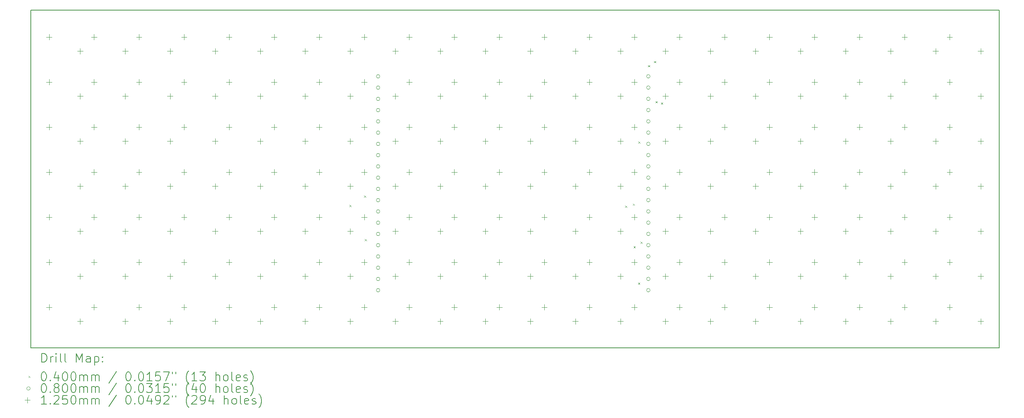
<source format=gbr>
%TF.GenerationSoftware,KiCad,Pcbnew,8.0.6-8.0.6-0~ubuntu24.04.1*%
%TF.CreationDate,2024-11-10T23:40:15-05:00*%
%TF.ProjectId,array,61727261-792e-46b6-9963-61645f706362,rev?*%
%TF.SameCoordinates,Original*%
%TF.FileFunction,Drillmap*%
%TF.FilePolarity,Positive*%
%FSLAX45Y45*%
G04 Gerber Fmt 4.5, Leading zero omitted, Abs format (unit mm)*
G04 Created by KiCad (PCBNEW 8.0.6-8.0.6-0~ubuntu24.04.1) date 2024-11-10 23:40:15*
%MOMM*%
%LPD*%
G01*
G04 APERTURE LIST*
%ADD10C,0.200000*%
%ADD11C,0.100000*%
%ADD12C,0.125000*%
G04 APERTURE END LIST*
D10*
X4480000Y-4481000D02*
X26307500Y-4481000D01*
X26307500Y-12100000D01*
X4480000Y-12100000D01*
X4480000Y-4481000D01*
D11*
X11663000Y-8873000D02*
X11703000Y-8913000D01*
X11703000Y-8873000D02*
X11663000Y-8913000D01*
X11996000Y-8658000D02*
X12036000Y-8698000D01*
X12036000Y-8658000D02*
X11996000Y-8698000D01*
X12010000Y-9645000D02*
X12050000Y-9685000D01*
X12050000Y-9645000D02*
X12010000Y-9685000D01*
X17876500Y-8890500D02*
X17916500Y-8930500D01*
X17916500Y-8890500D02*
X17876500Y-8930500D01*
X18052000Y-8842000D02*
X18092000Y-8882000D01*
X18092000Y-8842000D02*
X18052000Y-8882000D01*
X18070000Y-9805000D02*
X18110000Y-9845000D01*
X18110000Y-9805000D02*
X18070000Y-9845000D01*
X18171000Y-10625000D02*
X18211000Y-10665000D01*
X18211000Y-10625000D02*
X18171000Y-10665000D01*
X18174000Y-7440000D02*
X18214000Y-7480000D01*
X18214000Y-7440000D02*
X18174000Y-7480000D01*
X18226000Y-9700000D02*
X18266000Y-9740000D01*
X18266000Y-9700000D02*
X18226000Y-9740000D01*
X18396000Y-5719000D02*
X18436000Y-5759000D01*
X18436000Y-5719000D02*
X18396000Y-5759000D01*
X18529000Y-5626000D02*
X18569000Y-5666000D01*
X18569000Y-5626000D02*
X18529000Y-5666000D01*
X18563000Y-6531000D02*
X18603000Y-6571000D01*
X18603000Y-6531000D02*
X18563000Y-6571000D01*
X18688000Y-6560000D02*
X18728000Y-6600000D01*
X18728000Y-6560000D02*
X18688000Y-6600000D01*
X12352250Y-5971000D02*
G75*
G02*
X12272250Y-5971000I-40000J0D01*
G01*
X12272250Y-5971000D02*
G75*
G02*
X12352250Y-5971000I40000J0D01*
G01*
X12352250Y-6225000D02*
G75*
G02*
X12272250Y-6225000I-40000J0D01*
G01*
X12272250Y-6225000D02*
G75*
G02*
X12352250Y-6225000I40000J0D01*
G01*
X12352250Y-6479000D02*
G75*
G02*
X12272250Y-6479000I-40000J0D01*
G01*
X12272250Y-6479000D02*
G75*
G02*
X12352250Y-6479000I40000J0D01*
G01*
X12352250Y-6733000D02*
G75*
G02*
X12272250Y-6733000I-40000J0D01*
G01*
X12272250Y-6733000D02*
G75*
G02*
X12352250Y-6733000I40000J0D01*
G01*
X12352250Y-6987000D02*
G75*
G02*
X12272250Y-6987000I-40000J0D01*
G01*
X12272250Y-6987000D02*
G75*
G02*
X12352250Y-6987000I40000J0D01*
G01*
X12352250Y-7241000D02*
G75*
G02*
X12272250Y-7241000I-40000J0D01*
G01*
X12272250Y-7241000D02*
G75*
G02*
X12352250Y-7241000I40000J0D01*
G01*
X12352250Y-7495000D02*
G75*
G02*
X12272250Y-7495000I-40000J0D01*
G01*
X12272250Y-7495000D02*
G75*
G02*
X12352250Y-7495000I40000J0D01*
G01*
X12352250Y-7749000D02*
G75*
G02*
X12272250Y-7749000I-40000J0D01*
G01*
X12272250Y-7749000D02*
G75*
G02*
X12352250Y-7749000I40000J0D01*
G01*
X12352250Y-8003000D02*
G75*
G02*
X12272250Y-8003000I-40000J0D01*
G01*
X12272250Y-8003000D02*
G75*
G02*
X12352250Y-8003000I40000J0D01*
G01*
X12352250Y-8257000D02*
G75*
G02*
X12272250Y-8257000I-40000J0D01*
G01*
X12272250Y-8257000D02*
G75*
G02*
X12352250Y-8257000I40000J0D01*
G01*
X12352250Y-8511000D02*
G75*
G02*
X12272250Y-8511000I-40000J0D01*
G01*
X12272250Y-8511000D02*
G75*
G02*
X12352250Y-8511000I40000J0D01*
G01*
X12352250Y-8765000D02*
G75*
G02*
X12272250Y-8765000I-40000J0D01*
G01*
X12272250Y-8765000D02*
G75*
G02*
X12352250Y-8765000I40000J0D01*
G01*
X12352250Y-9019000D02*
G75*
G02*
X12272250Y-9019000I-40000J0D01*
G01*
X12272250Y-9019000D02*
G75*
G02*
X12352250Y-9019000I40000J0D01*
G01*
X12352250Y-9273000D02*
G75*
G02*
X12272250Y-9273000I-40000J0D01*
G01*
X12272250Y-9273000D02*
G75*
G02*
X12352250Y-9273000I40000J0D01*
G01*
X12352250Y-9527000D02*
G75*
G02*
X12272250Y-9527000I-40000J0D01*
G01*
X12272250Y-9527000D02*
G75*
G02*
X12352250Y-9527000I40000J0D01*
G01*
X12352250Y-9781000D02*
G75*
G02*
X12272250Y-9781000I-40000J0D01*
G01*
X12272250Y-9781000D02*
G75*
G02*
X12352250Y-9781000I40000J0D01*
G01*
X12352250Y-10035000D02*
G75*
G02*
X12272250Y-10035000I-40000J0D01*
G01*
X12272250Y-10035000D02*
G75*
G02*
X12352250Y-10035000I40000J0D01*
G01*
X12352250Y-10289000D02*
G75*
G02*
X12272250Y-10289000I-40000J0D01*
G01*
X12272250Y-10289000D02*
G75*
G02*
X12352250Y-10289000I40000J0D01*
G01*
X12352250Y-10543000D02*
G75*
G02*
X12272250Y-10543000I-40000J0D01*
G01*
X12272250Y-10543000D02*
G75*
G02*
X12352250Y-10543000I40000J0D01*
G01*
X12352250Y-10797000D02*
G75*
G02*
X12272250Y-10797000I-40000J0D01*
G01*
X12272250Y-10797000D02*
G75*
G02*
X12352250Y-10797000I40000J0D01*
G01*
X18442250Y-5971000D02*
G75*
G02*
X18362250Y-5971000I-40000J0D01*
G01*
X18362250Y-5971000D02*
G75*
G02*
X18442250Y-5971000I40000J0D01*
G01*
X18442250Y-6225000D02*
G75*
G02*
X18362250Y-6225000I-40000J0D01*
G01*
X18362250Y-6225000D02*
G75*
G02*
X18442250Y-6225000I40000J0D01*
G01*
X18442250Y-6479000D02*
G75*
G02*
X18362250Y-6479000I-40000J0D01*
G01*
X18362250Y-6479000D02*
G75*
G02*
X18442250Y-6479000I40000J0D01*
G01*
X18442250Y-6733000D02*
G75*
G02*
X18362250Y-6733000I-40000J0D01*
G01*
X18362250Y-6733000D02*
G75*
G02*
X18442250Y-6733000I40000J0D01*
G01*
X18442250Y-6987000D02*
G75*
G02*
X18362250Y-6987000I-40000J0D01*
G01*
X18362250Y-6987000D02*
G75*
G02*
X18442250Y-6987000I40000J0D01*
G01*
X18442250Y-7241000D02*
G75*
G02*
X18362250Y-7241000I-40000J0D01*
G01*
X18362250Y-7241000D02*
G75*
G02*
X18442250Y-7241000I40000J0D01*
G01*
X18442250Y-7495000D02*
G75*
G02*
X18362250Y-7495000I-40000J0D01*
G01*
X18362250Y-7495000D02*
G75*
G02*
X18442250Y-7495000I40000J0D01*
G01*
X18442250Y-7749000D02*
G75*
G02*
X18362250Y-7749000I-40000J0D01*
G01*
X18362250Y-7749000D02*
G75*
G02*
X18442250Y-7749000I40000J0D01*
G01*
X18442250Y-8003000D02*
G75*
G02*
X18362250Y-8003000I-40000J0D01*
G01*
X18362250Y-8003000D02*
G75*
G02*
X18442250Y-8003000I40000J0D01*
G01*
X18442250Y-8257000D02*
G75*
G02*
X18362250Y-8257000I-40000J0D01*
G01*
X18362250Y-8257000D02*
G75*
G02*
X18442250Y-8257000I40000J0D01*
G01*
X18442250Y-8511000D02*
G75*
G02*
X18362250Y-8511000I-40000J0D01*
G01*
X18362250Y-8511000D02*
G75*
G02*
X18442250Y-8511000I40000J0D01*
G01*
X18442250Y-8765000D02*
G75*
G02*
X18362250Y-8765000I-40000J0D01*
G01*
X18362250Y-8765000D02*
G75*
G02*
X18442250Y-8765000I40000J0D01*
G01*
X18442250Y-9019000D02*
G75*
G02*
X18362250Y-9019000I-40000J0D01*
G01*
X18362250Y-9019000D02*
G75*
G02*
X18442250Y-9019000I40000J0D01*
G01*
X18442250Y-9273000D02*
G75*
G02*
X18362250Y-9273000I-40000J0D01*
G01*
X18362250Y-9273000D02*
G75*
G02*
X18442250Y-9273000I40000J0D01*
G01*
X18442250Y-9527000D02*
G75*
G02*
X18362250Y-9527000I-40000J0D01*
G01*
X18362250Y-9527000D02*
G75*
G02*
X18442250Y-9527000I40000J0D01*
G01*
X18442250Y-9781000D02*
G75*
G02*
X18362250Y-9781000I-40000J0D01*
G01*
X18362250Y-9781000D02*
G75*
G02*
X18442250Y-9781000I40000J0D01*
G01*
X18442250Y-10035000D02*
G75*
G02*
X18362250Y-10035000I-40000J0D01*
G01*
X18362250Y-10035000D02*
G75*
G02*
X18442250Y-10035000I40000J0D01*
G01*
X18442250Y-10289000D02*
G75*
G02*
X18362250Y-10289000I-40000J0D01*
G01*
X18362250Y-10289000D02*
G75*
G02*
X18442250Y-10289000I40000J0D01*
G01*
X18442250Y-10543000D02*
G75*
G02*
X18362250Y-10543000I-40000J0D01*
G01*
X18362250Y-10543000D02*
G75*
G02*
X18442250Y-10543000I40000J0D01*
G01*
X18442250Y-10797000D02*
G75*
G02*
X18362250Y-10797000I-40000J0D01*
G01*
X18362250Y-10797000D02*
G75*
G02*
X18442250Y-10797000I40000J0D01*
G01*
D12*
X4895000Y-5020000D02*
X4895000Y-5145000D01*
X4832500Y-5082500D02*
X4957500Y-5082500D01*
X4895000Y-6036000D02*
X4895000Y-6161000D01*
X4832500Y-6098500D02*
X4957500Y-6098500D01*
X4895000Y-7052000D02*
X4895000Y-7177000D01*
X4832500Y-7114500D02*
X4957500Y-7114500D01*
X4895000Y-8068000D02*
X4895000Y-8193000D01*
X4832500Y-8130500D02*
X4957500Y-8130500D01*
X4895000Y-9084000D02*
X4895000Y-9209000D01*
X4832500Y-9146500D02*
X4957500Y-9146500D01*
X4895000Y-10100000D02*
X4895000Y-10225000D01*
X4832500Y-10162500D02*
X4957500Y-10162500D01*
X4895000Y-11116000D02*
X4895000Y-11241000D01*
X4832500Y-11178500D02*
X4957500Y-11178500D01*
X5595000Y-5340000D02*
X5595000Y-5465000D01*
X5532500Y-5402500D02*
X5657500Y-5402500D01*
X5595000Y-6356000D02*
X5595000Y-6481000D01*
X5532500Y-6418500D02*
X5657500Y-6418500D01*
X5595000Y-7372000D02*
X5595000Y-7497000D01*
X5532500Y-7434500D02*
X5657500Y-7434500D01*
X5595000Y-8388000D02*
X5595000Y-8513000D01*
X5532500Y-8450500D02*
X5657500Y-8450500D01*
X5595000Y-9404000D02*
X5595000Y-9529000D01*
X5532500Y-9466500D02*
X5657500Y-9466500D01*
X5595000Y-10420000D02*
X5595000Y-10545000D01*
X5532500Y-10482500D02*
X5657500Y-10482500D01*
X5595000Y-11436000D02*
X5595000Y-11561000D01*
X5532500Y-11498500D02*
X5657500Y-11498500D01*
X5910000Y-5020000D02*
X5910000Y-5145000D01*
X5847500Y-5082500D02*
X5972500Y-5082500D01*
X5910000Y-6036000D02*
X5910000Y-6161000D01*
X5847500Y-6098500D02*
X5972500Y-6098500D01*
X5910000Y-7052000D02*
X5910000Y-7177000D01*
X5847500Y-7114500D02*
X5972500Y-7114500D01*
X5910000Y-8068000D02*
X5910000Y-8193000D01*
X5847500Y-8130500D02*
X5972500Y-8130500D01*
X5910000Y-9084000D02*
X5910000Y-9209000D01*
X5847500Y-9146500D02*
X5972500Y-9146500D01*
X5910000Y-10100000D02*
X5910000Y-10225000D01*
X5847500Y-10162500D02*
X5972500Y-10162500D01*
X5910000Y-11116000D02*
X5910000Y-11241000D01*
X5847500Y-11178500D02*
X5972500Y-11178500D01*
X6610000Y-5340000D02*
X6610000Y-5465000D01*
X6547500Y-5402500D02*
X6672500Y-5402500D01*
X6610000Y-6356000D02*
X6610000Y-6481000D01*
X6547500Y-6418500D02*
X6672500Y-6418500D01*
X6610000Y-7372000D02*
X6610000Y-7497000D01*
X6547500Y-7434500D02*
X6672500Y-7434500D01*
X6610000Y-8388000D02*
X6610000Y-8513000D01*
X6547500Y-8450500D02*
X6672500Y-8450500D01*
X6610000Y-9404000D02*
X6610000Y-9529000D01*
X6547500Y-9466500D02*
X6672500Y-9466500D01*
X6610000Y-10420000D02*
X6610000Y-10545000D01*
X6547500Y-10482500D02*
X6672500Y-10482500D01*
X6610000Y-11436000D02*
X6610000Y-11561000D01*
X6547500Y-11498500D02*
X6672500Y-11498500D01*
X6922750Y-5020000D02*
X6922750Y-5145000D01*
X6860250Y-5082500D02*
X6985250Y-5082500D01*
X6922750Y-6036000D02*
X6922750Y-6161000D01*
X6860250Y-6098500D02*
X6985250Y-6098500D01*
X6922750Y-7052000D02*
X6922750Y-7177000D01*
X6860250Y-7114500D02*
X6985250Y-7114500D01*
X6922750Y-8068000D02*
X6922750Y-8193000D01*
X6860250Y-8130500D02*
X6985250Y-8130500D01*
X6922750Y-9084000D02*
X6922750Y-9209000D01*
X6860250Y-9146500D02*
X6985250Y-9146500D01*
X6922750Y-10100000D02*
X6922750Y-10225000D01*
X6860250Y-10162500D02*
X6985250Y-10162500D01*
X6922750Y-11116000D02*
X6922750Y-11241000D01*
X6860250Y-11178500D02*
X6985250Y-11178500D01*
X7622750Y-5340000D02*
X7622750Y-5465000D01*
X7560250Y-5402500D02*
X7685250Y-5402500D01*
X7622750Y-6356000D02*
X7622750Y-6481000D01*
X7560250Y-6418500D02*
X7685250Y-6418500D01*
X7622750Y-7372000D02*
X7622750Y-7497000D01*
X7560250Y-7434500D02*
X7685250Y-7434500D01*
X7622750Y-8388000D02*
X7622750Y-8513000D01*
X7560250Y-8450500D02*
X7685250Y-8450500D01*
X7622750Y-9404000D02*
X7622750Y-9529000D01*
X7560250Y-9466500D02*
X7685250Y-9466500D01*
X7622750Y-10420000D02*
X7622750Y-10545000D01*
X7560250Y-10482500D02*
X7685250Y-10482500D01*
X7622750Y-11436000D02*
X7622750Y-11561000D01*
X7560250Y-11498500D02*
X7685250Y-11498500D01*
X7937750Y-5020000D02*
X7937750Y-5145000D01*
X7875250Y-5082500D02*
X8000250Y-5082500D01*
X7937750Y-6036000D02*
X7937750Y-6161000D01*
X7875250Y-6098500D02*
X8000250Y-6098500D01*
X7937750Y-7052000D02*
X7937750Y-7177000D01*
X7875250Y-7114500D02*
X8000250Y-7114500D01*
X7937750Y-8068000D02*
X7937750Y-8193000D01*
X7875250Y-8130500D02*
X8000250Y-8130500D01*
X7937750Y-9084000D02*
X7937750Y-9209000D01*
X7875250Y-9146500D02*
X8000250Y-9146500D01*
X7937750Y-10100000D02*
X7937750Y-10225000D01*
X7875250Y-10162500D02*
X8000250Y-10162500D01*
X7937750Y-11116000D02*
X7937750Y-11241000D01*
X7875250Y-11178500D02*
X8000250Y-11178500D01*
X8637750Y-5340000D02*
X8637750Y-5465000D01*
X8575250Y-5402500D02*
X8700250Y-5402500D01*
X8637750Y-6356000D02*
X8637750Y-6481000D01*
X8575250Y-6418500D02*
X8700250Y-6418500D01*
X8637750Y-7372000D02*
X8637750Y-7497000D01*
X8575250Y-7434500D02*
X8700250Y-7434500D01*
X8637750Y-8388000D02*
X8637750Y-8513000D01*
X8575250Y-8450500D02*
X8700250Y-8450500D01*
X8637750Y-9404000D02*
X8637750Y-9529000D01*
X8575250Y-9466500D02*
X8700250Y-9466500D01*
X8637750Y-10420000D02*
X8637750Y-10545000D01*
X8575250Y-10482500D02*
X8700250Y-10482500D01*
X8637750Y-11436000D02*
X8637750Y-11561000D01*
X8575250Y-11498500D02*
X8700250Y-11498500D01*
X8952750Y-5020000D02*
X8952750Y-5145000D01*
X8890250Y-5082500D02*
X9015250Y-5082500D01*
X8952750Y-6036000D02*
X8952750Y-6161000D01*
X8890250Y-6098500D02*
X9015250Y-6098500D01*
X8952750Y-7052000D02*
X8952750Y-7177000D01*
X8890250Y-7114500D02*
X9015250Y-7114500D01*
X8952750Y-8068000D02*
X8952750Y-8193000D01*
X8890250Y-8130500D02*
X9015250Y-8130500D01*
X8952750Y-9084000D02*
X8952750Y-9209000D01*
X8890250Y-9146500D02*
X9015250Y-9146500D01*
X8952750Y-10100000D02*
X8952750Y-10225000D01*
X8890250Y-10162500D02*
X9015250Y-10162500D01*
X8952750Y-11116000D02*
X8952750Y-11241000D01*
X8890250Y-11178500D02*
X9015250Y-11178500D01*
X9652750Y-5340000D02*
X9652750Y-5465000D01*
X9590250Y-5402500D02*
X9715250Y-5402500D01*
X9652750Y-6356000D02*
X9652750Y-6481000D01*
X9590250Y-6418500D02*
X9715250Y-6418500D01*
X9652750Y-7372000D02*
X9652750Y-7497000D01*
X9590250Y-7434500D02*
X9715250Y-7434500D01*
X9652750Y-8388000D02*
X9652750Y-8513000D01*
X9590250Y-8450500D02*
X9715250Y-8450500D01*
X9652750Y-9404000D02*
X9652750Y-9529000D01*
X9590250Y-9466500D02*
X9715250Y-9466500D01*
X9652750Y-10420000D02*
X9652750Y-10545000D01*
X9590250Y-10482500D02*
X9715250Y-10482500D01*
X9652750Y-11436000D02*
X9652750Y-11561000D01*
X9590250Y-11498500D02*
X9715250Y-11498500D01*
X9967750Y-5020000D02*
X9967750Y-5145000D01*
X9905250Y-5082500D02*
X10030250Y-5082500D01*
X9967750Y-6036000D02*
X9967750Y-6161000D01*
X9905250Y-6098500D02*
X10030250Y-6098500D01*
X9967750Y-7052000D02*
X9967750Y-7177000D01*
X9905250Y-7114500D02*
X10030250Y-7114500D01*
X9967750Y-8068000D02*
X9967750Y-8193000D01*
X9905250Y-8130500D02*
X10030250Y-8130500D01*
X9967750Y-9084000D02*
X9967750Y-9209000D01*
X9905250Y-9146500D02*
X10030250Y-9146500D01*
X9967750Y-10100000D02*
X9967750Y-10225000D01*
X9905250Y-10162500D02*
X10030250Y-10162500D01*
X9967750Y-11116000D02*
X9967750Y-11241000D01*
X9905250Y-11178500D02*
X10030250Y-11178500D01*
X10667750Y-5340000D02*
X10667750Y-5465000D01*
X10605250Y-5402500D02*
X10730250Y-5402500D01*
X10667750Y-6356000D02*
X10667750Y-6481000D01*
X10605250Y-6418500D02*
X10730250Y-6418500D01*
X10667750Y-7372000D02*
X10667750Y-7497000D01*
X10605250Y-7434500D02*
X10730250Y-7434500D01*
X10667750Y-8388000D02*
X10667750Y-8513000D01*
X10605250Y-8450500D02*
X10730250Y-8450500D01*
X10667750Y-9404000D02*
X10667750Y-9529000D01*
X10605250Y-9466500D02*
X10730250Y-9466500D01*
X10667750Y-10420000D02*
X10667750Y-10545000D01*
X10605250Y-10482500D02*
X10730250Y-10482500D01*
X10667750Y-11436000D02*
X10667750Y-11561000D01*
X10605250Y-11498500D02*
X10730250Y-11498500D01*
X10982750Y-5020000D02*
X10982750Y-5145000D01*
X10920250Y-5082500D02*
X11045250Y-5082500D01*
X10982750Y-6036000D02*
X10982750Y-6161000D01*
X10920250Y-6098500D02*
X11045250Y-6098500D01*
X10982750Y-7052000D02*
X10982750Y-7177000D01*
X10920250Y-7114500D02*
X11045250Y-7114500D01*
X10982750Y-8068000D02*
X10982750Y-8193000D01*
X10920250Y-8130500D02*
X11045250Y-8130500D01*
X10982750Y-9084000D02*
X10982750Y-9209000D01*
X10920250Y-9146500D02*
X11045250Y-9146500D01*
X10982750Y-10100000D02*
X10982750Y-10225000D01*
X10920250Y-10162500D02*
X11045250Y-10162500D01*
X10982750Y-11116000D02*
X10982750Y-11241000D01*
X10920250Y-11178500D02*
X11045250Y-11178500D01*
X11682750Y-5340000D02*
X11682750Y-5465000D01*
X11620250Y-5402500D02*
X11745250Y-5402500D01*
X11682750Y-6356000D02*
X11682750Y-6481000D01*
X11620250Y-6418500D02*
X11745250Y-6418500D01*
X11682750Y-7372000D02*
X11682750Y-7497000D01*
X11620250Y-7434500D02*
X11745250Y-7434500D01*
X11682750Y-8388000D02*
X11682750Y-8513000D01*
X11620250Y-8450500D02*
X11745250Y-8450500D01*
X11682750Y-9404000D02*
X11682750Y-9529000D01*
X11620250Y-9466500D02*
X11745250Y-9466500D01*
X11682750Y-10420000D02*
X11682750Y-10545000D01*
X11620250Y-10482500D02*
X11745250Y-10482500D01*
X11682750Y-11436000D02*
X11682750Y-11561000D01*
X11620250Y-11498500D02*
X11745250Y-11498500D01*
X11997750Y-5020000D02*
X11997750Y-5145000D01*
X11935250Y-5082500D02*
X12060250Y-5082500D01*
X11997750Y-6036000D02*
X11997750Y-6161000D01*
X11935250Y-6098500D02*
X12060250Y-6098500D01*
X11997750Y-7052000D02*
X11997750Y-7177000D01*
X11935250Y-7114500D02*
X12060250Y-7114500D01*
X11997750Y-8068000D02*
X11997750Y-8193000D01*
X11935250Y-8130500D02*
X12060250Y-8130500D01*
X11997750Y-9084000D02*
X11997750Y-9209000D01*
X11935250Y-9146500D02*
X12060250Y-9146500D01*
X11997750Y-10100000D02*
X11997750Y-10225000D01*
X11935250Y-10162500D02*
X12060250Y-10162500D01*
X11997750Y-11116000D02*
X11997750Y-11241000D01*
X11935250Y-11178500D02*
X12060250Y-11178500D01*
X12697750Y-5340000D02*
X12697750Y-5465000D01*
X12635250Y-5402500D02*
X12760250Y-5402500D01*
X12697750Y-6356000D02*
X12697750Y-6481000D01*
X12635250Y-6418500D02*
X12760250Y-6418500D01*
X12697750Y-7372000D02*
X12697750Y-7497000D01*
X12635250Y-7434500D02*
X12760250Y-7434500D01*
X12697750Y-8388000D02*
X12697750Y-8513000D01*
X12635250Y-8450500D02*
X12760250Y-8450500D01*
X12697750Y-9404000D02*
X12697750Y-9529000D01*
X12635250Y-9466500D02*
X12760250Y-9466500D01*
X12697750Y-10420000D02*
X12697750Y-10545000D01*
X12635250Y-10482500D02*
X12760250Y-10482500D01*
X12697750Y-11436000D02*
X12697750Y-11561000D01*
X12635250Y-11498500D02*
X12760250Y-11498500D01*
X13012750Y-5020000D02*
X13012750Y-5145000D01*
X12950250Y-5082500D02*
X13075250Y-5082500D01*
X13012750Y-6036000D02*
X13012750Y-6161000D01*
X12950250Y-6098500D02*
X13075250Y-6098500D01*
X13012750Y-7052000D02*
X13012750Y-7177000D01*
X12950250Y-7114500D02*
X13075250Y-7114500D01*
X13012750Y-8068000D02*
X13012750Y-8193000D01*
X12950250Y-8130500D02*
X13075250Y-8130500D01*
X13012750Y-9084000D02*
X13012750Y-9209000D01*
X12950250Y-9146500D02*
X13075250Y-9146500D01*
X13012750Y-10100000D02*
X13012750Y-10225000D01*
X12950250Y-10162500D02*
X13075250Y-10162500D01*
X13012750Y-11116000D02*
X13012750Y-11241000D01*
X12950250Y-11178500D02*
X13075250Y-11178500D01*
X13712750Y-5340000D02*
X13712750Y-5465000D01*
X13650250Y-5402500D02*
X13775250Y-5402500D01*
X13712750Y-6356000D02*
X13712750Y-6481000D01*
X13650250Y-6418500D02*
X13775250Y-6418500D01*
X13712750Y-7372000D02*
X13712750Y-7497000D01*
X13650250Y-7434500D02*
X13775250Y-7434500D01*
X13712750Y-8388000D02*
X13712750Y-8513000D01*
X13650250Y-8450500D02*
X13775250Y-8450500D01*
X13712750Y-9404000D02*
X13712750Y-9529000D01*
X13650250Y-9466500D02*
X13775250Y-9466500D01*
X13712750Y-10420000D02*
X13712750Y-10545000D01*
X13650250Y-10482500D02*
X13775250Y-10482500D01*
X13712750Y-11436000D02*
X13712750Y-11561000D01*
X13650250Y-11498500D02*
X13775250Y-11498500D01*
X14027750Y-5020000D02*
X14027750Y-5145000D01*
X13965250Y-5082500D02*
X14090250Y-5082500D01*
X14027750Y-6036000D02*
X14027750Y-6161000D01*
X13965250Y-6098500D02*
X14090250Y-6098500D01*
X14027750Y-7052000D02*
X14027750Y-7177000D01*
X13965250Y-7114500D02*
X14090250Y-7114500D01*
X14027750Y-8068000D02*
X14027750Y-8193000D01*
X13965250Y-8130500D02*
X14090250Y-8130500D01*
X14027750Y-9084000D02*
X14027750Y-9209000D01*
X13965250Y-9146500D02*
X14090250Y-9146500D01*
X14027750Y-10100000D02*
X14027750Y-10225000D01*
X13965250Y-10162500D02*
X14090250Y-10162500D01*
X14027750Y-11116000D02*
X14027750Y-11241000D01*
X13965250Y-11178500D02*
X14090250Y-11178500D01*
X14727750Y-5340000D02*
X14727750Y-5465000D01*
X14665250Y-5402500D02*
X14790250Y-5402500D01*
X14727750Y-6356000D02*
X14727750Y-6481000D01*
X14665250Y-6418500D02*
X14790250Y-6418500D01*
X14727750Y-7372000D02*
X14727750Y-7497000D01*
X14665250Y-7434500D02*
X14790250Y-7434500D01*
X14727750Y-8388000D02*
X14727750Y-8513000D01*
X14665250Y-8450500D02*
X14790250Y-8450500D01*
X14727750Y-9404000D02*
X14727750Y-9529000D01*
X14665250Y-9466500D02*
X14790250Y-9466500D01*
X14727750Y-10420000D02*
X14727750Y-10545000D01*
X14665250Y-10482500D02*
X14790250Y-10482500D01*
X14727750Y-11436000D02*
X14727750Y-11561000D01*
X14665250Y-11498500D02*
X14790250Y-11498500D01*
X15042500Y-5020000D02*
X15042500Y-5145000D01*
X14980000Y-5082500D02*
X15105000Y-5082500D01*
X15042500Y-6036000D02*
X15042500Y-6161000D01*
X14980000Y-6098500D02*
X15105000Y-6098500D01*
X15042500Y-7052000D02*
X15042500Y-7177000D01*
X14980000Y-7114500D02*
X15105000Y-7114500D01*
X15042500Y-8068000D02*
X15042500Y-8193000D01*
X14980000Y-8130500D02*
X15105000Y-8130500D01*
X15042500Y-9084000D02*
X15042500Y-9209000D01*
X14980000Y-9146500D02*
X15105000Y-9146500D01*
X15042500Y-10100000D02*
X15042500Y-10225000D01*
X14980000Y-10162500D02*
X15105000Y-10162500D01*
X15042500Y-11116000D02*
X15042500Y-11241000D01*
X14980000Y-11178500D02*
X15105000Y-11178500D01*
X15742500Y-5340000D02*
X15742500Y-5465000D01*
X15680000Y-5402500D02*
X15805000Y-5402500D01*
X15742500Y-6356000D02*
X15742500Y-6481000D01*
X15680000Y-6418500D02*
X15805000Y-6418500D01*
X15742500Y-7372000D02*
X15742500Y-7497000D01*
X15680000Y-7434500D02*
X15805000Y-7434500D01*
X15742500Y-8388000D02*
X15742500Y-8513000D01*
X15680000Y-8450500D02*
X15805000Y-8450500D01*
X15742500Y-9404000D02*
X15742500Y-9529000D01*
X15680000Y-9466500D02*
X15805000Y-9466500D01*
X15742500Y-10420000D02*
X15742500Y-10545000D01*
X15680000Y-10482500D02*
X15805000Y-10482500D01*
X15742500Y-11436000D02*
X15742500Y-11561000D01*
X15680000Y-11498500D02*
X15805000Y-11498500D01*
X16057500Y-5020000D02*
X16057500Y-5145000D01*
X15995000Y-5082500D02*
X16120000Y-5082500D01*
X16057500Y-6036000D02*
X16057500Y-6161000D01*
X15995000Y-6098500D02*
X16120000Y-6098500D01*
X16057500Y-7052000D02*
X16057500Y-7177000D01*
X15995000Y-7114500D02*
X16120000Y-7114500D01*
X16057500Y-8068000D02*
X16057500Y-8193000D01*
X15995000Y-8130500D02*
X16120000Y-8130500D01*
X16057500Y-9084000D02*
X16057500Y-9209000D01*
X15995000Y-9146500D02*
X16120000Y-9146500D01*
X16057500Y-10100000D02*
X16057500Y-10225000D01*
X15995000Y-10162500D02*
X16120000Y-10162500D01*
X16057500Y-11116000D02*
X16057500Y-11241000D01*
X15995000Y-11178500D02*
X16120000Y-11178500D01*
X16757500Y-5340000D02*
X16757500Y-5465000D01*
X16695000Y-5402500D02*
X16820000Y-5402500D01*
X16757500Y-6356000D02*
X16757500Y-6481000D01*
X16695000Y-6418500D02*
X16820000Y-6418500D01*
X16757500Y-7372000D02*
X16757500Y-7497000D01*
X16695000Y-7434500D02*
X16820000Y-7434500D01*
X16757500Y-8388000D02*
X16757500Y-8513000D01*
X16695000Y-8450500D02*
X16820000Y-8450500D01*
X16757500Y-9404000D02*
X16757500Y-9529000D01*
X16695000Y-9466500D02*
X16820000Y-9466500D01*
X16757500Y-10420000D02*
X16757500Y-10545000D01*
X16695000Y-10482500D02*
X16820000Y-10482500D01*
X16757500Y-11436000D02*
X16757500Y-11561000D01*
X16695000Y-11498500D02*
X16820000Y-11498500D01*
X17072500Y-5020000D02*
X17072500Y-5145000D01*
X17010000Y-5082500D02*
X17135000Y-5082500D01*
X17072500Y-6036000D02*
X17072500Y-6161000D01*
X17010000Y-6098500D02*
X17135000Y-6098500D01*
X17072500Y-7052000D02*
X17072500Y-7177000D01*
X17010000Y-7114500D02*
X17135000Y-7114500D01*
X17072500Y-8068000D02*
X17072500Y-8193000D01*
X17010000Y-8130500D02*
X17135000Y-8130500D01*
X17072500Y-9084000D02*
X17072500Y-9209000D01*
X17010000Y-9146500D02*
X17135000Y-9146500D01*
X17072500Y-10100000D02*
X17072500Y-10225000D01*
X17010000Y-10162500D02*
X17135000Y-10162500D01*
X17072500Y-11116000D02*
X17072500Y-11241000D01*
X17010000Y-11178500D02*
X17135000Y-11178500D01*
X17772500Y-5340000D02*
X17772500Y-5465000D01*
X17710000Y-5402500D02*
X17835000Y-5402500D01*
X17772500Y-6356000D02*
X17772500Y-6481000D01*
X17710000Y-6418500D02*
X17835000Y-6418500D01*
X17772500Y-7372000D02*
X17772500Y-7497000D01*
X17710000Y-7434500D02*
X17835000Y-7434500D01*
X17772500Y-8388000D02*
X17772500Y-8513000D01*
X17710000Y-8450500D02*
X17835000Y-8450500D01*
X17772500Y-9404000D02*
X17772500Y-9529000D01*
X17710000Y-9466500D02*
X17835000Y-9466500D01*
X17772500Y-10420000D02*
X17772500Y-10545000D01*
X17710000Y-10482500D02*
X17835000Y-10482500D01*
X17772500Y-11436000D02*
X17772500Y-11561000D01*
X17710000Y-11498500D02*
X17835000Y-11498500D01*
X18087500Y-5020000D02*
X18087500Y-5145000D01*
X18025000Y-5082500D02*
X18150000Y-5082500D01*
X18087500Y-6036000D02*
X18087500Y-6161000D01*
X18025000Y-6098500D02*
X18150000Y-6098500D01*
X18087500Y-7052000D02*
X18087500Y-7177000D01*
X18025000Y-7114500D02*
X18150000Y-7114500D01*
X18087500Y-8068000D02*
X18087500Y-8193000D01*
X18025000Y-8130500D02*
X18150000Y-8130500D01*
X18087500Y-9084000D02*
X18087500Y-9209000D01*
X18025000Y-9146500D02*
X18150000Y-9146500D01*
X18087500Y-10100000D02*
X18087500Y-10225000D01*
X18025000Y-10162500D02*
X18150000Y-10162500D01*
X18087500Y-11116000D02*
X18087500Y-11241000D01*
X18025000Y-11178500D02*
X18150000Y-11178500D01*
X18787500Y-5340000D02*
X18787500Y-5465000D01*
X18725000Y-5402500D02*
X18850000Y-5402500D01*
X18787500Y-6356000D02*
X18787500Y-6481000D01*
X18725000Y-6418500D02*
X18850000Y-6418500D01*
X18787500Y-7372000D02*
X18787500Y-7497000D01*
X18725000Y-7434500D02*
X18850000Y-7434500D01*
X18787500Y-8388000D02*
X18787500Y-8513000D01*
X18725000Y-8450500D02*
X18850000Y-8450500D01*
X18787500Y-9404000D02*
X18787500Y-9529000D01*
X18725000Y-9466500D02*
X18850000Y-9466500D01*
X18787500Y-10420000D02*
X18787500Y-10545000D01*
X18725000Y-10482500D02*
X18850000Y-10482500D01*
X18787500Y-11436000D02*
X18787500Y-11561000D01*
X18725000Y-11498500D02*
X18850000Y-11498500D01*
X19102500Y-5020000D02*
X19102500Y-5145000D01*
X19040000Y-5082500D02*
X19165000Y-5082500D01*
X19102500Y-6036000D02*
X19102500Y-6161000D01*
X19040000Y-6098500D02*
X19165000Y-6098500D01*
X19102500Y-7052000D02*
X19102500Y-7177000D01*
X19040000Y-7114500D02*
X19165000Y-7114500D01*
X19102500Y-8068000D02*
X19102500Y-8193000D01*
X19040000Y-8130500D02*
X19165000Y-8130500D01*
X19102500Y-9084000D02*
X19102500Y-9209000D01*
X19040000Y-9146500D02*
X19165000Y-9146500D01*
X19102500Y-10100000D02*
X19102500Y-10225000D01*
X19040000Y-10162500D02*
X19165000Y-10162500D01*
X19102500Y-11116000D02*
X19102500Y-11241000D01*
X19040000Y-11178500D02*
X19165000Y-11178500D01*
X19802500Y-5340000D02*
X19802500Y-5465000D01*
X19740000Y-5402500D02*
X19865000Y-5402500D01*
X19802500Y-6356000D02*
X19802500Y-6481000D01*
X19740000Y-6418500D02*
X19865000Y-6418500D01*
X19802500Y-7372000D02*
X19802500Y-7497000D01*
X19740000Y-7434500D02*
X19865000Y-7434500D01*
X19802500Y-8388000D02*
X19802500Y-8513000D01*
X19740000Y-8450500D02*
X19865000Y-8450500D01*
X19802500Y-9404000D02*
X19802500Y-9529000D01*
X19740000Y-9466500D02*
X19865000Y-9466500D01*
X19802500Y-10420000D02*
X19802500Y-10545000D01*
X19740000Y-10482500D02*
X19865000Y-10482500D01*
X19802500Y-11436000D02*
X19802500Y-11561000D01*
X19740000Y-11498500D02*
X19865000Y-11498500D01*
X20117500Y-5020000D02*
X20117500Y-5145000D01*
X20055000Y-5082500D02*
X20180000Y-5082500D01*
X20117500Y-6036000D02*
X20117500Y-6161000D01*
X20055000Y-6098500D02*
X20180000Y-6098500D01*
X20117500Y-7052000D02*
X20117500Y-7177000D01*
X20055000Y-7114500D02*
X20180000Y-7114500D01*
X20117500Y-8068000D02*
X20117500Y-8193000D01*
X20055000Y-8130500D02*
X20180000Y-8130500D01*
X20117500Y-9084000D02*
X20117500Y-9209000D01*
X20055000Y-9146500D02*
X20180000Y-9146500D01*
X20117500Y-10100000D02*
X20117500Y-10225000D01*
X20055000Y-10162500D02*
X20180000Y-10162500D01*
X20117500Y-11116000D02*
X20117500Y-11241000D01*
X20055000Y-11178500D02*
X20180000Y-11178500D01*
X20817500Y-5340000D02*
X20817500Y-5465000D01*
X20755000Y-5402500D02*
X20880000Y-5402500D01*
X20817500Y-6356000D02*
X20817500Y-6481000D01*
X20755000Y-6418500D02*
X20880000Y-6418500D01*
X20817500Y-7372000D02*
X20817500Y-7497000D01*
X20755000Y-7434500D02*
X20880000Y-7434500D01*
X20817500Y-8388000D02*
X20817500Y-8513000D01*
X20755000Y-8450500D02*
X20880000Y-8450500D01*
X20817500Y-9404000D02*
X20817500Y-9529000D01*
X20755000Y-9466500D02*
X20880000Y-9466500D01*
X20817500Y-10420000D02*
X20817500Y-10545000D01*
X20755000Y-10482500D02*
X20880000Y-10482500D01*
X20817500Y-11436000D02*
X20817500Y-11561000D01*
X20755000Y-11498500D02*
X20880000Y-11498500D01*
X21132500Y-5020000D02*
X21132500Y-5145000D01*
X21070000Y-5082500D02*
X21195000Y-5082500D01*
X21132500Y-6036000D02*
X21132500Y-6161000D01*
X21070000Y-6098500D02*
X21195000Y-6098500D01*
X21132500Y-7052000D02*
X21132500Y-7177000D01*
X21070000Y-7114500D02*
X21195000Y-7114500D01*
X21132500Y-8068000D02*
X21132500Y-8193000D01*
X21070000Y-8130500D02*
X21195000Y-8130500D01*
X21132500Y-9084000D02*
X21132500Y-9209000D01*
X21070000Y-9146500D02*
X21195000Y-9146500D01*
X21132500Y-10100000D02*
X21132500Y-10225000D01*
X21070000Y-10162500D02*
X21195000Y-10162500D01*
X21132500Y-11116000D02*
X21132500Y-11241000D01*
X21070000Y-11178500D02*
X21195000Y-11178500D01*
X21832500Y-5340000D02*
X21832500Y-5465000D01*
X21770000Y-5402500D02*
X21895000Y-5402500D01*
X21832500Y-6356000D02*
X21832500Y-6481000D01*
X21770000Y-6418500D02*
X21895000Y-6418500D01*
X21832500Y-7372000D02*
X21832500Y-7497000D01*
X21770000Y-7434500D02*
X21895000Y-7434500D01*
X21832500Y-8388000D02*
X21832500Y-8513000D01*
X21770000Y-8450500D02*
X21895000Y-8450500D01*
X21832500Y-9404000D02*
X21832500Y-9529000D01*
X21770000Y-9466500D02*
X21895000Y-9466500D01*
X21832500Y-10420000D02*
X21832500Y-10545000D01*
X21770000Y-10482500D02*
X21895000Y-10482500D01*
X21832500Y-11436000D02*
X21832500Y-11561000D01*
X21770000Y-11498500D02*
X21895000Y-11498500D01*
X22147500Y-5020000D02*
X22147500Y-5145000D01*
X22085000Y-5082500D02*
X22210000Y-5082500D01*
X22147500Y-6036000D02*
X22147500Y-6161000D01*
X22085000Y-6098500D02*
X22210000Y-6098500D01*
X22147500Y-7052000D02*
X22147500Y-7177000D01*
X22085000Y-7114500D02*
X22210000Y-7114500D01*
X22147500Y-8068000D02*
X22147500Y-8193000D01*
X22085000Y-8130500D02*
X22210000Y-8130500D01*
X22147500Y-9084000D02*
X22147500Y-9209000D01*
X22085000Y-9146500D02*
X22210000Y-9146500D01*
X22147500Y-10100000D02*
X22147500Y-10225000D01*
X22085000Y-10162500D02*
X22210000Y-10162500D01*
X22147500Y-11116000D02*
X22147500Y-11241000D01*
X22085000Y-11178500D02*
X22210000Y-11178500D01*
X22847500Y-5340000D02*
X22847500Y-5465000D01*
X22785000Y-5402500D02*
X22910000Y-5402500D01*
X22847500Y-6356000D02*
X22847500Y-6481000D01*
X22785000Y-6418500D02*
X22910000Y-6418500D01*
X22847500Y-7372000D02*
X22847500Y-7497000D01*
X22785000Y-7434500D02*
X22910000Y-7434500D01*
X22847500Y-8388000D02*
X22847500Y-8513000D01*
X22785000Y-8450500D02*
X22910000Y-8450500D01*
X22847500Y-9404000D02*
X22847500Y-9529000D01*
X22785000Y-9466500D02*
X22910000Y-9466500D01*
X22847500Y-10420000D02*
X22847500Y-10545000D01*
X22785000Y-10482500D02*
X22910000Y-10482500D01*
X22847500Y-11436000D02*
X22847500Y-11561000D01*
X22785000Y-11498500D02*
X22910000Y-11498500D01*
X23162500Y-5020000D02*
X23162500Y-5145000D01*
X23100000Y-5082500D02*
X23225000Y-5082500D01*
X23162500Y-6036000D02*
X23162500Y-6161000D01*
X23100000Y-6098500D02*
X23225000Y-6098500D01*
X23162500Y-7052000D02*
X23162500Y-7177000D01*
X23100000Y-7114500D02*
X23225000Y-7114500D01*
X23162500Y-8068000D02*
X23162500Y-8193000D01*
X23100000Y-8130500D02*
X23225000Y-8130500D01*
X23162500Y-9084000D02*
X23162500Y-9209000D01*
X23100000Y-9146500D02*
X23225000Y-9146500D01*
X23162500Y-10100000D02*
X23162500Y-10225000D01*
X23100000Y-10162500D02*
X23225000Y-10162500D01*
X23162500Y-11116000D02*
X23162500Y-11241000D01*
X23100000Y-11178500D02*
X23225000Y-11178500D01*
X23862500Y-5340000D02*
X23862500Y-5465000D01*
X23800000Y-5402500D02*
X23925000Y-5402500D01*
X23862500Y-6356000D02*
X23862500Y-6481000D01*
X23800000Y-6418500D02*
X23925000Y-6418500D01*
X23862500Y-7372000D02*
X23862500Y-7497000D01*
X23800000Y-7434500D02*
X23925000Y-7434500D01*
X23862500Y-8388000D02*
X23862500Y-8513000D01*
X23800000Y-8450500D02*
X23925000Y-8450500D01*
X23862500Y-9404000D02*
X23862500Y-9529000D01*
X23800000Y-9466500D02*
X23925000Y-9466500D01*
X23862500Y-10420000D02*
X23862500Y-10545000D01*
X23800000Y-10482500D02*
X23925000Y-10482500D01*
X23862500Y-11436000D02*
X23862500Y-11561000D01*
X23800000Y-11498500D02*
X23925000Y-11498500D01*
X24177500Y-5020000D02*
X24177500Y-5145000D01*
X24115000Y-5082500D02*
X24240000Y-5082500D01*
X24177500Y-6036000D02*
X24177500Y-6161000D01*
X24115000Y-6098500D02*
X24240000Y-6098500D01*
X24177500Y-7052000D02*
X24177500Y-7177000D01*
X24115000Y-7114500D02*
X24240000Y-7114500D01*
X24177500Y-8068000D02*
X24177500Y-8193000D01*
X24115000Y-8130500D02*
X24240000Y-8130500D01*
X24177500Y-9084000D02*
X24177500Y-9209000D01*
X24115000Y-9146500D02*
X24240000Y-9146500D01*
X24177500Y-10100000D02*
X24177500Y-10225000D01*
X24115000Y-10162500D02*
X24240000Y-10162500D01*
X24177500Y-11116000D02*
X24177500Y-11241000D01*
X24115000Y-11178500D02*
X24240000Y-11178500D01*
X24877500Y-5340000D02*
X24877500Y-5465000D01*
X24815000Y-5402500D02*
X24940000Y-5402500D01*
X24877500Y-6356000D02*
X24877500Y-6481000D01*
X24815000Y-6418500D02*
X24940000Y-6418500D01*
X24877500Y-7372000D02*
X24877500Y-7497000D01*
X24815000Y-7434500D02*
X24940000Y-7434500D01*
X24877500Y-8388000D02*
X24877500Y-8513000D01*
X24815000Y-8450500D02*
X24940000Y-8450500D01*
X24877500Y-9404000D02*
X24877500Y-9529000D01*
X24815000Y-9466500D02*
X24940000Y-9466500D01*
X24877500Y-10420000D02*
X24877500Y-10545000D01*
X24815000Y-10482500D02*
X24940000Y-10482500D01*
X24877500Y-11436000D02*
X24877500Y-11561000D01*
X24815000Y-11498500D02*
X24940000Y-11498500D01*
X25192500Y-5020000D02*
X25192500Y-5145000D01*
X25130000Y-5082500D02*
X25255000Y-5082500D01*
X25192500Y-6036000D02*
X25192500Y-6161000D01*
X25130000Y-6098500D02*
X25255000Y-6098500D01*
X25192500Y-7052000D02*
X25192500Y-7177000D01*
X25130000Y-7114500D02*
X25255000Y-7114500D01*
X25192500Y-8068000D02*
X25192500Y-8193000D01*
X25130000Y-8130500D02*
X25255000Y-8130500D01*
X25192500Y-9084000D02*
X25192500Y-9209000D01*
X25130000Y-9146500D02*
X25255000Y-9146500D01*
X25192500Y-10100000D02*
X25192500Y-10225000D01*
X25130000Y-10162500D02*
X25255000Y-10162500D01*
X25192500Y-11116000D02*
X25192500Y-11241000D01*
X25130000Y-11178500D02*
X25255000Y-11178500D01*
X25892500Y-5340000D02*
X25892500Y-5465000D01*
X25830000Y-5402500D02*
X25955000Y-5402500D01*
X25892500Y-6356000D02*
X25892500Y-6481000D01*
X25830000Y-6418500D02*
X25955000Y-6418500D01*
X25892500Y-7372000D02*
X25892500Y-7497000D01*
X25830000Y-7434500D02*
X25955000Y-7434500D01*
X25892500Y-8388000D02*
X25892500Y-8513000D01*
X25830000Y-8450500D02*
X25955000Y-8450500D01*
X25892500Y-9404000D02*
X25892500Y-9529000D01*
X25830000Y-9466500D02*
X25955000Y-9466500D01*
X25892500Y-10420000D02*
X25892500Y-10545000D01*
X25830000Y-10482500D02*
X25955000Y-10482500D01*
X25892500Y-11436000D02*
X25892500Y-11561000D01*
X25830000Y-11498500D02*
X25955000Y-11498500D01*
D10*
X4730777Y-12421484D02*
X4730777Y-12221484D01*
X4730777Y-12221484D02*
X4778396Y-12221484D01*
X4778396Y-12221484D02*
X4806967Y-12231008D01*
X4806967Y-12231008D02*
X4826015Y-12250055D01*
X4826015Y-12250055D02*
X4835539Y-12269103D01*
X4835539Y-12269103D02*
X4845063Y-12307198D01*
X4845063Y-12307198D02*
X4845063Y-12335769D01*
X4845063Y-12335769D02*
X4835539Y-12373865D01*
X4835539Y-12373865D02*
X4826015Y-12392912D01*
X4826015Y-12392912D02*
X4806967Y-12411960D01*
X4806967Y-12411960D02*
X4778396Y-12421484D01*
X4778396Y-12421484D02*
X4730777Y-12421484D01*
X4930777Y-12421484D02*
X4930777Y-12288150D01*
X4930777Y-12326246D02*
X4940301Y-12307198D01*
X4940301Y-12307198D02*
X4949824Y-12297674D01*
X4949824Y-12297674D02*
X4968872Y-12288150D01*
X4968872Y-12288150D02*
X4987920Y-12288150D01*
X5054586Y-12421484D02*
X5054586Y-12288150D01*
X5054586Y-12221484D02*
X5045063Y-12231008D01*
X5045063Y-12231008D02*
X5054586Y-12240531D01*
X5054586Y-12240531D02*
X5064110Y-12231008D01*
X5064110Y-12231008D02*
X5054586Y-12221484D01*
X5054586Y-12221484D02*
X5054586Y-12240531D01*
X5178396Y-12421484D02*
X5159348Y-12411960D01*
X5159348Y-12411960D02*
X5149824Y-12392912D01*
X5149824Y-12392912D02*
X5149824Y-12221484D01*
X5283158Y-12421484D02*
X5264110Y-12411960D01*
X5264110Y-12411960D02*
X5254586Y-12392912D01*
X5254586Y-12392912D02*
X5254586Y-12221484D01*
X5511729Y-12421484D02*
X5511729Y-12221484D01*
X5511729Y-12221484D02*
X5578396Y-12364341D01*
X5578396Y-12364341D02*
X5645062Y-12221484D01*
X5645062Y-12221484D02*
X5645062Y-12421484D01*
X5826015Y-12421484D02*
X5826015Y-12316722D01*
X5826015Y-12316722D02*
X5816491Y-12297674D01*
X5816491Y-12297674D02*
X5797443Y-12288150D01*
X5797443Y-12288150D02*
X5759348Y-12288150D01*
X5759348Y-12288150D02*
X5740301Y-12297674D01*
X5826015Y-12411960D02*
X5806967Y-12421484D01*
X5806967Y-12421484D02*
X5759348Y-12421484D01*
X5759348Y-12421484D02*
X5740301Y-12411960D01*
X5740301Y-12411960D02*
X5730777Y-12392912D01*
X5730777Y-12392912D02*
X5730777Y-12373865D01*
X5730777Y-12373865D02*
X5740301Y-12354817D01*
X5740301Y-12354817D02*
X5759348Y-12345293D01*
X5759348Y-12345293D02*
X5806967Y-12345293D01*
X5806967Y-12345293D02*
X5826015Y-12335769D01*
X5921253Y-12288150D02*
X5921253Y-12488150D01*
X5921253Y-12297674D02*
X5940301Y-12288150D01*
X5940301Y-12288150D02*
X5978396Y-12288150D01*
X5978396Y-12288150D02*
X5997443Y-12297674D01*
X5997443Y-12297674D02*
X6006967Y-12307198D01*
X6006967Y-12307198D02*
X6016491Y-12326246D01*
X6016491Y-12326246D02*
X6016491Y-12383388D01*
X6016491Y-12383388D02*
X6006967Y-12402436D01*
X6006967Y-12402436D02*
X5997443Y-12411960D01*
X5997443Y-12411960D02*
X5978396Y-12421484D01*
X5978396Y-12421484D02*
X5940301Y-12421484D01*
X5940301Y-12421484D02*
X5921253Y-12411960D01*
X6102205Y-12402436D02*
X6111729Y-12411960D01*
X6111729Y-12411960D02*
X6102205Y-12421484D01*
X6102205Y-12421484D02*
X6092682Y-12411960D01*
X6092682Y-12411960D02*
X6102205Y-12402436D01*
X6102205Y-12402436D02*
X6102205Y-12421484D01*
X6102205Y-12297674D02*
X6111729Y-12307198D01*
X6111729Y-12307198D02*
X6102205Y-12316722D01*
X6102205Y-12316722D02*
X6092682Y-12307198D01*
X6092682Y-12307198D02*
X6102205Y-12297674D01*
X6102205Y-12297674D02*
X6102205Y-12316722D01*
D11*
X4430000Y-12730000D02*
X4470000Y-12770000D01*
X4470000Y-12730000D02*
X4430000Y-12770000D01*
D10*
X4768872Y-12641484D02*
X4787920Y-12641484D01*
X4787920Y-12641484D02*
X4806967Y-12651008D01*
X4806967Y-12651008D02*
X4816491Y-12660531D01*
X4816491Y-12660531D02*
X4826015Y-12679579D01*
X4826015Y-12679579D02*
X4835539Y-12717674D01*
X4835539Y-12717674D02*
X4835539Y-12765293D01*
X4835539Y-12765293D02*
X4826015Y-12803388D01*
X4826015Y-12803388D02*
X4816491Y-12822436D01*
X4816491Y-12822436D02*
X4806967Y-12831960D01*
X4806967Y-12831960D02*
X4787920Y-12841484D01*
X4787920Y-12841484D02*
X4768872Y-12841484D01*
X4768872Y-12841484D02*
X4749824Y-12831960D01*
X4749824Y-12831960D02*
X4740301Y-12822436D01*
X4740301Y-12822436D02*
X4730777Y-12803388D01*
X4730777Y-12803388D02*
X4721253Y-12765293D01*
X4721253Y-12765293D02*
X4721253Y-12717674D01*
X4721253Y-12717674D02*
X4730777Y-12679579D01*
X4730777Y-12679579D02*
X4740301Y-12660531D01*
X4740301Y-12660531D02*
X4749824Y-12651008D01*
X4749824Y-12651008D02*
X4768872Y-12641484D01*
X4921253Y-12822436D02*
X4930777Y-12831960D01*
X4930777Y-12831960D02*
X4921253Y-12841484D01*
X4921253Y-12841484D02*
X4911729Y-12831960D01*
X4911729Y-12831960D02*
X4921253Y-12822436D01*
X4921253Y-12822436D02*
X4921253Y-12841484D01*
X5102205Y-12708150D02*
X5102205Y-12841484D01*
X5054586Y-12631960D02*
X5006967Y-12774817D01*
X5006967Y-12774817D02*
X5130777Y-12774817D01*
X5245063Y-12641484D02*
X5264110Y-12641484D01*
X5264110Y-12641484D02*
X5283158Y-12651008D01*
X5283158Y-12651008D02*
X5292682Y-12660531D01*
X5292682Y-12660531D02*
X5302205Y-12679579D01*
X5302205Y-12679579D02*
X5311729Y-12717674D01*
X5311729Y-12717674D02*
X5311729Y-12765293D01*
X5311729Y-12765293D02*
X5302205Y-12803388D01*
X5302205Y-12803388D02*
X5292682Y-12822436D01*
X5292682Y-12822436D02*
X5283158Y-12831960D01*
X5283158Y-12831960D02*
X5264110Y-12841484D01*
X5264110Y-12841484D02*
X5245063Y-12841484D01*
X5245063Y-12841484D02*
X5226015Y-12831960D01*
X5226015Y-12831960D02*
X5216491Y-12822436D01*
X5216491Y-12822436D02*
X5206967Y-12803388D01*
X5206967Y-12803388D02*
X5197444Y-12765293D01*
X5197444Y-12765293D02*
X5197444Y-12717674D01*
X5197444Y-12717674D02*
X5206967Y-12679579D01*
X5206967Y-12679579D02*
X5216491Y-12660531D01*
X5216491Y-12660531D02*
X5226015Y-12651008D01*
X5226015Y-12651008D02*
X5245063Y-12641484D01*
X5435539Y-12641484D02*
X5454586Y-12641484D01*
X5454586Y-12641484D02*
X5473634Y-12651008D01*
X5473634Y-12651008D02*
X5483158Y-12660531D01*
X5483158Y-12660531D02*
X5492682Y-12679579D01*
X5492682Y-12679579D02*
X5502205Y-12717674D01*
X5502205Y-12717674D02*
X5502205Y-12765293D01*
X5502205Y-12765293D02*
X5492682Y-12803388D01*
X5492682Y-12803388D02*
X5483158Y-12822436D01*
X5483158Y-12822436D02*
X5473634Y-12831960D01*
X5473634Y-12831960D02*
X5454586Y-12841484D01*
X5454586Y-12841484D02*
X5435539Y-12841484D01*
X5435539Y-12841484D02*
X5416491Y-12831960D01*
X5416491Y-12831960D02*
X5406967Y-12822436D01*
X5406967Y-12822436D02*
X5397444Y-12803388D01*
X5397444Y-12803388D02*
X5387920Y-12765293D01*
X5387920Y-12765293D02*
X5387920Y-12717674D01*
X5387920Y-12717674D02*
X5397444Y-12679579D01*
X5397444Y-12679579D02*
X5406967Y-12660531D01*
X5406967Y-12660531D02*
X5416491Y-12651008D01*
X5416491Y-12651008D02*
X5435539Y-12641484D01*
X5587920Y-12841484D02*
X5587920Y-12708150D01*
X5587920Y-12727198D02*
X5597443Y-12717674D01*
X5597443Y-12717674D02*
X5616491Y-12708150D01*
X5616491Y-12708150D02*
X5645063Y-12708150D01*
X5645063Y-12708150D02*
X5664110Y-12717674D01*
X5664110Y-12717674D02*
X5673634Y-12736722D01*
X5673634Y-12736722D02*
X5673634Y-12841484D01*
X5673634Y-12736722D02*
X5683158Y-12717674D01*
X5683158Y-12717674D02*
X5702205Y-12708150D01*
X5702205Y-12708150D02*
X5730777Y-12708150D01*
X5730777Y-12708150D02*
X5749824Y-12717674D01*
X5749824Y-12717674D02*
X5759348Y-12736722D01*
X5759348Y-12736722D02*
X5759348Y-12841484D01*
X5854586Y-12841484D02*
X5854586Y-12708150D01*
X5854586Y-12727198D02*
X5864110Y-12717674D01*
X5864110Y-12717674D02*
X5883158Y-12708150D01*
X5883158Y-12708150D02*
X5911729Y-12708150D01*
X5911729Y-12708150D02*
X5930777Y-12717674D01*
X5930777Y-12717674D02*
X5940301Y-12736722D01*
X5940301Y-12736722D02*
X5940301Y-12841484D01*
X5940301Y-12736722D02*
X5949824Y-12717674D01*
X5949824Y-12717674D02*
X5968872Y-12708150D01*
X5968872Y-12708150D02*
X5997443Y-12708150D01*
X5997443Y-12708150D02*
X6016491Y-12717674D01*
X6016491Y-12717674D02*
X6026015Y-12736722D01*
X6026015Y-12736722D02*
X6026015Y-12841484D01*
X6416491Y-12631960D02*
X6245063Y-12889103D01*
X6673634Y-12641484D02*
X6692682Y-12641484D01*
X6692682Y-12641484D02*
X6711729Y-12651008D01*
X6711729Y-12651008D02*
X6721253Y-12660531D01*
X6721253Y-12660531D02*
X6730777Y-12679579D01*
X6730777Y-12679579D02*
X6740301Y-12717674D01*
X6740301Y-12717674D02*
X6740301Y-12765293D01*
X6740301Y-12765293D02*
X6730777Y-12803388D01*
X6730777Y-12803388D02*
X6721253Y-12822436D01*
X6721253Y-12822436D02*
X6711729Y-12831960D01*
X6711729Y-12831960D02*
X6692682Y-12841484D01*
X6692682Y-12841484D02*
X6673634Y-12841484D01*
X6673634Y-12841484D02*
X6654586Y-12831960D01*
X6654586Y-12831960D02*
X6645063Y-12822436D01*
X6645063Y-12822436D02*
X6635539Y-12803388D01*
X6635539Y-12803388D02*
X6626015Y-12765293D01*
X6626015Y-12765293D02*
X6626015Y-12717674D01*
X6626015Y-12717674D02*
X6635539Y-12679579D01*
X6635539Y-12679579D02*
X6645063Y-12660531D01*
X6645063Y-12660531D02*
X6654586Y-12651008D01*
X6654586Y-12651008D02*
X6673634Y-12641484D01*
X6826015Y-12822436D02*
X6835539Y-12831960D01*
X6835539Y-12831960D02*
X6826015Y-12841484D01*
X6826015Y-12841484D02*
X6816491Y-12831960D01*
X6816491Y-12831960D02*
X6826015Y-12822436D01*
X6826015Y-12822436D02*
X6826015Y-12841484D01*
X6959348Y-12641484D02*
X6978396Y-12641484D01*
X6978396Y-12641484D02*
X6997444Y-12651008D01*
X6997444Y-12651008D02*
X7006967Y-12660531D01*
X7006967Y-12660531D02*
X7016491Y-12679579D01*
X7016491Y-12679579D02*
X7026015Y-12717674D01*
X7026015Y-12717674D02*
X7026015Y-12765293D01*
X7026015Y-12765293D02*
X7016491Y-12803388D01*
X7016491Y-12803388D02*
X7006967Y-12822436D01*
X7006967Y-12822436D02*
X6997444Y-12831960D01*
X6997444Y-12831960D02*
X6978396Y-12841484D01*
X6978396Y-12841484D02*
X6959348Y-12841484D01*
X6959348Y-12841484D02*
X6940301Y-12831960D01*
X6940301Y-12831960D02*
X6930777Y-12822436D01*
X6930777Y-12822436D02*
X6921253Y-12803388D01*
X6921253Y-12803388D02*
X6911729Y-12765293D01*
X6911729Y-12765293D02*
X6911729Y-12717674D01*
X6911729Y-12717674D02*
X6921253Y-12679579D01*
X6921253Y-12679579D02*
X6930777Y-12660531D01*
X6930777Y-12660531D02*
X6940301Y-12651008D01*
X6940301Y-12651008D02*
X6959348Y-12641484D01*
X7216491Y-12841484D02*
X7102206Y-12841484D01*
X7159348Y-12841484D02*
X7159348Y-12641484D01*
X7159348Y-12641484D02*
X7140301Y-12670055D01*
X7140301Y-12670055D02*
X7121253Y-12689103D01*
X7121253Y-12689103D02*
X7102206Y-12698627D01*
X7397444Y-12641484D02*
X7302206Y-12641484D01*
X7302206Y-12641484D02*
X7292682Y-12736722D01*
X7292682Y-12736722D02*
X7302206Y-12727198D01*
X7302206Y-12727198D02*
X7321253Y-12717674D01*
X7321253Y-12717674D02*
X7368872Y-12717674D01*
X7368872Y-12717674D02*
X7387920Y-12727198D01*
X7387920Y-12727198D02*
X7397444Y-12736722D01*
X7397444Y-12736722D02*
X7406967Y-12755769D01*
X7406967Y-12755769D02*
X7406967Y-12803388D01*
X7406967Y-12803388D02*
X7397444Y-12822436D01*
X7397444Y-12822436D02*
X7387920Y-12831960D01*
X7387920Y-12831960D02*
X7368872Y-12841484D01*
X7368872Y-12841484D02*
X7321253Y-12841484D01*
X7321253Y-12841484D02*
X7302206Y-12831960D01*
X7302206Y-12831960D02*
X7292682Y-12822436D01*
X7473634Y-12641484D02*
X7606967Y-12641484D01*
X7606967Y-12641484D02*
X7521253Y-12841484D01*
X7673634Y-12641484D02*
X7673634Y-12679579D01*
X7749825Y-12641484D02*
X7749825Y-12679579D01*
X8045063Y-12917674D02*
X8035539Y-12908150D01*
X8035539Y-12908150D02*
X8016491Y-12879579D01*
X8016491Y-12879579D02*
X8006968Y-12860531D01*
X8006968Y-12860531D02*
X7997444Y-12831960D01*
X7997444Y-12831960D02*
X7987920Y-12784341D01*
X7987920Y-12784341D02*
X7987920Y-12746246D01*
X7987920Y-12746246D02*
X7997444Y-12698627D01*
X7997444Y-12698627D02*
X8006968Y-12670055D01*
X8006968Y-12670055D02*
X8016491Y-12651008D01*
X8016491Y-12651008D02*
X8035539Y-12622436D01*
X8035539Y-12622436D02*
X8045063Y-12612912D01*
X8226015Y-12841484D02*
X8111729Y-12841484D01*
X8168872Y-12841484D02*
X8168872Y-12641484D01*
X8168872Y-12641484D02*
X8149825Y-12670055D01*
X8149825Y-12670055D02*
X8130777Y-12689103D01*
X8130777Y-12689103D02*
X8111729Y-12698627D01*
X8292682Y-12641484D02*
X8416491Y-12641484D01*
X8416491Y-12641484D02*
X8349825Y-12717674D01*
X8349825Y-12717674D02*
X8378396Y-12717674D01*
X8378396Y-12717674D02*
X8397444Y-12727198D01*
X8397444Y-12727198D02*
X8406968Y-12736722D01*
X8406968Y-12736722D02*
X8416491Y-12755769D01*
X8416491Y-12755769D02*
X8416491Y-12803388D01*
X8416491Y-12803388D02*
X8406968Y-12822436D01*
X8406968Y-12822436D02*
X8397444Y-12831960D01*
X8397444Y-12831960D02*
X8378396Y-12841484D01*
X8378396Y-12841484D02*
X8321253Y-12841484D01*
X8321253Y-12841484D02*
X8302206Y-12831960D01*
X8302206Y-12831960D02*
X8292682Y-12822436D01*
X8654587Y-12841484D02*
X8654587Y-12641484D01*
X8740301Y-12841484D02*
X8740301Y-12736722D01*
X8740301Y-12736722D02*
X8730777Y-12717674D01*
X8730777Y-12717674D02*
X8711730Y-12708150D01*
X8711730Y-12708150D02*
X8683158Y-12708150D01*
X8683158Y-12708150D02*
X8664111Y-12717674D01*
X8664111Y-12717674D02*
X8654587Y-12727198D01*
X8864111Y-12841484D02*
X8845063Y-12831960D01*
X8845063Y-12831960D02*
X8835539Y-12822436D01*
X8835539Y-12822436D02*
X8826015Y-12803388D01*
X8826015Y-12803388D02*
X8826015Y-12746246D01*
X8826015Y-12746246D02*
X8835539Y-12727198D01*
X8835539Y-12727198D02*
X8845063Y-12717674D01*
X8845063Y-12717674D02*
X8864111Y-12708150D01*
X8864111Y-12708150D02*
X8892682Y-12708150D01*
X8892682Y-12708150D02*
X8911730Y-12717674D01*
X8911730Y-12717674D02*
X8921253Y-12727198D01*
X8921253Y-12727198D02*
X8930777Y-12746246D01*
X8930777Y-12746246D02*
X8930777Y-12803388D01*
X8930777Y-12803388D02*
X8921253Y-12822436D01*
X8921253Y-12822436D02*
X8911730Y-12831960D01*
X8911730Y-12831960D02*
X8892682Y-12841484D01*
X8892682Y-12841484D02*
X8864111Y-12841484D01*
X9045063Y-12841484D02*
X9026015Y-12831960D01*
X9026015Y-12831960D02*
X9016492Y-12812912D01*
X9016492Y-12812912D02*
X9016492Y-12641484D01*
X9197444Y-12831960D02*
X9178396Y-12841484D01*
X9178396Y-12841484D02*
X9140301Y-12841484D01*
X9140301Y-12841484D02*
X9121253Y-12831960D01*
X9121253Y-12831960D02*
X9111730Y-12812912D01*
X9111730Y-12812912D02*
X9111730Y-12736722D01*
X9111730Y-12736722D02*
X9121253Y-12717674D01*
X9121253Y-12717674D02*
X9140301Y-12708150D01*
X9140301Y-12708150D02*
X9178396Y-12708150D01*
X9178396Y-12708150D02*
X9197444Y-12717674D01*
X9197444Y-12717674D02*
X9206968Y-12736722D01*
X9206968Y-12736722D02*
X9206968Y-12755769D01*
X9206968Y-12755769D02*
X9111730Y-12774817D01*
X9283158Y-12831960D02*
X9302206Y-12841484D01*
X9302206Y-12841484D02*
X9340301Y-12841484D01*
X9340301Y-12841484D02*
X9359349Y-12831960D01*
X9359349Y-12831960D02*
X9368873Y-12812912D01*
X9368873Y-12812912D02*
X9368873Y-12803388D01*
X9368873Y-12803388D02*
X9359349Y-12784341D01*
X9359349Y-12784341D02*
X9340301Y-12774817D01*
X9340301Y-12774817D02*
X9311730Y-12774817D01*
X9311730Y-12774817D02*
X9292682Y-12765293D01*
X9292682Y-12765293D02*
X9283158Y-12746246D01*
X9283158Y-12746246D02*
X9283158Y-12736722D01*
X9283158Y-12736722D02*
X9292682Y-12717674D01*
X9292682Y-12717674D02*
X9311730Y-12708150D01*
X9311730Y-12708150D02*
X9340301Y-12708150D01*
X9340301Y-12708150D02*
X9359349Y-12717674D01*
X9435539Y-12917674D02*
X9445063Y-12908150D01*
X9445063Y-12908150D02*
X9464111Y-12879579D01*
X9464111Y-12879579D02*
X9473634Y-12860531D01*
X9473634Y-12860531D02*
X9483158Y-12831960D01*
X9483158Y-12831960D02*
X9492682Y-12784341D01*
X9492682Y-12784341D02*
X9492682Y-12746246D01*
X9492682Y-12746246D02*
X9483158Y-12698627D01*
X9483158Y-12698627D02*
X9473634Y-12670055D01*
X9473634Y-12670055D02*
X9464111Y-12651008D01*
X9464111Y-12651008D02*
X9445063Y-12622436D01*
X9445063Y-12622436D02*
X9435539Y-12612912D01*
D11*
X4470000Y-13014000D02*
G75*
G02*
X4390000Y-13014000I-40000J0D01*
G01*
X4390000Y-13014000D02*
G75*
G02*
X4470000Y-13014000I40000J0D01*
G01*
D10*
X4768872Y-12905484D02*
X4787920Y-12905484D01*
X4787920Y-12905484D02*
X4806967Y-12915008D01*
X4806967Y-12915008D02*
X4816491Y-12924531D01*
X4816491Y-12924531D02*
X4826015Y-12943579D01*
X4826015Y-12943579D02*
X4835539Y-12981674D01*
X4835539Y-12981674D02*
X4835539Y-13029293D01*
X4835539Y-13029293D02*
X4826015Y-13067388D01*
X4826015Y-13067388D02*
X4816491Y-13086436D01*
X4816491Y-13086436D02*
X4806967Y-13095960D01*
X4806967Y-13095960D02*
X4787920Y-13105484D01*
X4787920Y-13105484D02*
X4768872Y-13105484D01*
X4768872Y-13105484D02*
X4749824Y-13095960D01*
X4749824Y-13095960D02*
X4740301Y-13086436D01*
X4740301Y-13086436D02*
X4730777Y-13067388D01*
X4730777Y-13067388D02*
X4721253Y-13029293D01*
X4721253Y-13029293D02*
X4721253Y-12981674D01*
X4721253Y-12981674D02*
X4730777Y-12943579D01*
X4730777Y-12943579D02*
X4740301Y-12924531D01*
X4740301Y-12924531D02*
X4749824Y-12915008D01*
X4749824Y-12915008D02*
X4768872Y-12905484D01*
X4921253Y-13086436D02*
X4930777Y-13095960D01*
X4930777Y-13095960D02*
X4921253Y-13105484D01*
X4921253Y-13105484D02*
X4911729Y-13095960D01*
X4911729Y-13095960D02*
X4921253Y-13086436D01*
X4921253Y-13086436D02*
X4921253Y-13105484D01*
X5045063Y-12991198D02*
X5026015Y-12981674D01*
X5026015Y-12981674D02*
X5016491Y-12972150D01*
X5016491Y-12972150D02*
X5006967Y-12953103D01*
X5006967Y-12953103D02*
X5006967Y-12943579D01*
X5006967Y-12943579D02*
X5016491Y-12924531D01*
X5016491Y-12924531D02*
X5026015Y-12915008D01*
X5026015Y-12915008D02*
X5045063Y-12905484D01*
X5045063Y-12905484D02*
X5083158Y-12905484D01*
X5083158Y-12905484D02*
X5102205Y-12915008D01*
X5102205Y-12915008D02*
X5111729Y-12924531D01*
X5111729Y-12924531D02*
X5121253Y-12943579D01*
X5121253Y-12943579D02*
X5121253Y-12953103D01*
X5121253Y-12953103D02*
X5111729Y-12972150D01*
X5111729Y-12972150D02*
X5102205Y-12981674D01*
X5102205Y-12981674D02*
X5083158Y-12991198D01*
X5083158Y-12991198D02*
X5045063Y-12991198D01*
X5045063Y-12991198D02*
X5026015Y-13000722D01*
X5026015Y-13000722D02*
X5016491Y-13010246D01*
X5016491Y-13010246D02*
X5006967Y-13029293D01*
X5006967Y-13029293D02*
X5006967Y-13067388D01*
X5006967Y-13067388D02*
X5016491Y-13086436D01*
X5016491Y-13086436D02*
X5026015Y-13095960D01*
X5026015Y-13095960D02*
X5045063Y-13105484D01*
X5045063Y-13105484D02*
X5083158Y-13105484D01*
X5083158Y-13105484D02*
X5102205Y-13095960D01*
X5102205Y-13095960D02*
X5111729Y-13086436D01*
X5111729Y-13086436D02*
X5121253Y-13067388D01*
X5121253Y-13067388D02*
X5121253Y-13029293D01*
X5121253Y-13029293D02*
X5111729Y-13010246D01*
X5111729Y-13010246D02*
X5102205Y-13000722D01*
X5102205Y-13000722D02*
X5083158Y-12991198D01*
X5245063Y-12905484D02*
X5264110Y-12905484D01*
X5264110Y-12905484D02*
X5283158Y-12915008D01*
X5283158Y-12915008D02*
X5292682Y-12924531D01*
X5292682Y-12924531D02*
X5302205Y-12943579D01*
X5302205Y-12943579D02*
X5311729Y-12981674D01*
X5311729Y-12981674D02*
X5311729Y-13029293D01*
X5311729Y-13029293D02*
X5302205Y-13067388D01*
X5302205Y-13067388D02*
X5292682Y-13086436D01*
X5292682Y-13086436D02*
X5283158Y-13095960D01*
X5283158Y-13095960D02*
X5264110Y-13105484D01*
X5264110Y-13105484D02*
X5245063Y-13105484D01*
X5245063Y-13105484D02*
X5226015Y-13095960D01*
X5226015Y-13095960D02*
X5216491Y-13086436D01*
X5216491Y-13086436D02*
X5206967Y-13067388D01*
X5206967Y-13067388D02*
X5197444Y-13029293D01*
X5197444Y-13029293D02*
X5197444Y-12981674D01*
X5197444Y-12981674D02*
X5206967Y-12943579D01*
X5206967Y-12943579D02*
X5216491Y-12924531D01*
X5216491Y-12924531D02*
X5226015Y-12915008D01*
X5226015Y-12915008D02*
X5245063Y-12905484D01*
X5435539Y-12905484D02*
X5454586Y-12905484D01*
X5454586Y-12905484D02*
X5473634Y-12915008D01*
X5473634Y-12915008D02*
X5483158Y-12924531D01*
X5483158Y-12924531D02*
X5492682Y-12943579D01*
X5492682Y-12943579D02*
X5502205Y-12981674D01*
X5502205Y-12981674D02*
X5502205Y-13029293D01*
X5502205Y-13029293D02*
X5492682Y-13067388D01*
X5492682Y-13067388D02*
X5483158Y-13086436D01*
X5483158Y-13086436D02*
X5473634Y-13095960D01*
X5473634Y-13095960D02*
X5454586Y-13105484D01*
X5454586Y-13105484D02*
X5435539Y-13105484D01*
X5435539Y-13105484D02*
X5416491Y-13095960D01*
X5416491Y-13095960D02*
X5406967Y-13086436D01*
X5406967Y-13086436D02*
X5397444Y-13067388D01*
X5397444Y-13067388D02*
X5387920Y-13029293D01*
X5387920Y-13029293D02*
X5387920Y-12981674D01*
X5387920Y-12981674D02*
X5397444Y-12943579D01*
X5397444Y-12943579D02*
X5406967Y-12924531D01*
X5406967Y-12924531D02*
X5416491Y-12915008D01*
X5416491Y-12915008D02*
X5435539Y-12905484D01*
X5587920Y-13105484D02*
X5587920Y-12972150D01*
X5587920Y-12991198D02*
X5597443Y-12981674D01*
X5597443Y-12981674D02*
X5616491Y-12972150D01*
X5616491Y-12972150D02*
X5645063Y-12972150D01*
X5645063Y-12972150D02*
X5664110Y-12981674D01*
X5664110Y-12981674D02*
X5673634Y-13000722D01*
X5673634Y-13000722D02*
X5673634Y-13105484D01*
X5673634Y-13000722D02*
X5683158Y-12981674D01*
X5683158Y-12981674D02*
X5702205Y-12972150D01*
X5702205Y-12972150D02*
X5730777Y-12972150D01*
X5730777Y-12972150D02*
X5749824Y-12981674D01*
X5749824Y-12981674D02*
X5759348Y-13000722D01*
X5759348Y-13000722D02*
X5759348Y-13105484D01*
X5854586Y-13105484D02*
X5854586Y-12972150D01*
X5854586Y-12991198D02*
X5864110Y-12981674D01*
X5864110Y-12981674D02*
X5883158Y-12972150D01*
X5883158Y-12972150D02*
X5911729Y-12972150D01*
X5911729Y-12972150D02*
X5930777Y-12981674D01*
X5930777Y-12981674D02*
X5940301Y-13000722D01*
X5940301Y-13000722D02*
X5940301Y-13105484D01*
X5940301Y-13000722D02*
X5949824Y-12981674D01*
X5949824Y-12981674D02*
X5968872Y-12972150D01*
X5968872Y-12972150D02*
X5997443Y-12972150D01*
X5997443Y-12972150D02*
X6016491Y-12981674D01*
X6016491Y-12981674D02*
X6026015Y-13000722D01*
X6026015Y-13000722D02*
X6026015Y-13105484D01*
X6416491Y-12895960D02*
X6245063Y-13153103D01*
X6673634Y-12905484D02*
X6692682Y-12905484D01*
X6692682Y-12905484D02*
X6711729Y-12915008D01*
X6711729Y-12915008D02*
X6721253Y-12924531D01*
X6721253Y-12924531D02*
X6730777Y-12943579D01*
X6730777Y-12943579D02*
X6740301Y-12981674D01*
X6740301Y-12981674D02*
X6740301Y-13029293D01*
X6740301Y-13029293D02*
X6730777Y-13067388D01*
X6730777Y-13067388D02*
X6721253Y-13086436D01*
X6721253Y-13086436D02*
X6711729Y-13095960D01*
X6711729Y-13095960D02*
X6692682Y-13105484D01*
X6692682Y-13105484D02*
X6673634Y-13105484D01*
X6673634Y-13105484D02*
X6654586Y-13095960D01*
X6654586Y-13095960D02*
X6645063Y-13086436D01*
X6645063Y-13086436D02*
X6635539Y-13067388D01*
X6635539Y-13067388D02*
X6626015Y-13029293D01*
X6626015Y-13029293D02*
X6626015Y-12981674D01*
X6626015Y-12981674D02*
X6635539Y-12943579D01*
X6635539Y-12943579D02*
X6645063Y-12924531D01*
X6645063Y-12924531D02*
X6654586Y-12915008D01*
X6654586Y-12915008D02*
X6673634Y-12905484D01*
X6826015Y-13086436D02*
X6835539Y-13095960D01*
X6835539Y-13095960D02*
X6826015Y-13105484D01*
X6826015Y-13105484D02*
X6816491Y-13095960D01*
X6816491Y-13095960D02*
X6826015Y-13086436D01*
X6826015Y-13086436D02*
X6826015Y-13105484D01*
X6959348Y-12905484D02*
X6978396Y-12905484D01*
X6978396Y-12905484D02*
X6997444Y-12915008D01*
X6997444Y-12915008D02*
X7006967Y-12924531D01*
X7006967Y-12924531D02*
X7016491Y-12943579D01*
X7016491Y-12943579D02*
X7026015Y-12981674D01*
X7026015Y-12981674D02*
X7026015Y-13029293D01*
X7026015Y-13029293D02*
X7016491Y-13067388D01*
X7016491Y-13067388D02*
X7006967Y-13086436D01*
X7006967Y-13086436D02*
X6997444Y-13095960D01*
X6997444Y-13095960D02*
X6978396Y-13105484D01*
X6978396Y-13105484D02*
X6959348Y-13105484D01*
X6959348Y-13105484D02*
X6940301Y-13095960D01*
X6940301Y-13095960D02*
X6930777Y-13086436D01*
X6930777Y-13086436D02*
X6921253Y-13067388D01*
X6921253Y-13067388D02*
X6911729Y-13029293D01*
X6911729Y-13029293D02*
X6911729Y-12981674D01*
X6911729Y-12981674D02*
X6921253Y-12943579D01*
X6921253Y-12943579D02*
X6930777Y-12924531D01*
X6930777Y-12924531D02*
X6940301Y-12915008D01*
X6940301Y-12915008D02*
X6959348Y-12905484D01*
X7092682Y-12905484D02*
X7216491Y-12905484D01*
X7216491Y-12905484D02*
X7149825Y-12981674D01*
X7149825Y-12981674D02*
X7178396Y-12981674D01*
X7178396Y-12981674D02*
X7197444Y-12991198D01*
X7197444Y-12991198D02*
X7206967Y-13000722D01*
X7206967Y-13000722D02*
X7216491Y-13019769D01*
X7216491Y-13019769D02*
X7216491Y-13067388D01*
X7216491Y-13067388D02*
X7206967Y-13086436D01*
X7206967Y-13086436D02*
X7197444Y-13095960D01*
X7197444Y-13095960D02*
X7178396Y-13105484D01*
X7178396Y-13105484D02*
X7121253Y-13105484D01*
X7121253Y-13105484D02*
X7102206Y-13095960D01*
X7102206Y-13095960D02*
X7092682Y-13086436D01*
X7406967Y-13105484D02*
X7292682Y-13105484D01*
X7349825Y-13105484D02*
X7349825Y-12905484D01*
X7349825Y-12905484D02*
X7330777Y-12934055D01*
X7330777Y-12934055D02*
X7311729Y-12953103D01*
X7311729Y-12953103D02*
X7292682Y-12962627D01*
X7587920Y-12905484D02*
X7492682Y-12905484D01*
X7492682Y-12905484D02*
X7483158Y-13000722D01*
X7483158Y-13000722D02*
X7492682Y-12991198D01*
X7492682Y-12991198D02*
X7511729Y-12981674D01*
X7511729Y-12981674D02*
X7559348Y-12981674D01*
X7559348Y-12981674D02*
X7578396Y-12991198D01*
X7578396Y-12991198D02*
X7587920Y-13000722D01*
X7587920Y-13000722D02*
X7597444Y-13019769D01*
X7597444Y-13019769D02*
X7597444Y-13067388D01*
X7597444Y-13067388D02*
X7587920Y-13086436D01*
X7587920Y-13086436D02*
X7578396Y-13095960D01*
X7578396Y-13095960D02*
X7559348Y-13105484D01*
X7559348Y-13105484D02*
X7511729Y-13105484D01*
X7511729Y-13105484D02*
X7492682Y-13095960D01*
X7492682Y-13095960D02*
X7483158Y-13086436D01*
X7673634Y-12905484D02*
X7673634Y-12943579D01*
X7749825Y-12905484D02*
X7749825Y-12943579D01*
X8045063Y-13181674D02*
X8035539Y-13172150D01*
X8035539Y-13172150D02*
X8016491Y-13143579D01*
X8016491Y-13143579D02*
X8006968Y-13124531D01*
X8006968Y-13124531D02*
X7997444Y-13095960D01*
X7997444Y-13095960D02*
X7987920Y-13048341D01*
X7987920Y-13048341D02*
X7987920Y-13010246D01*
X7987920Y-13010246D02*
X7997444Y-12962627D01*
X7997444Y-12962627D02*
X8006968Y-12934055D01*
X8006968Y-12934055D02*
X8016491Y-12915008D01*
X8016491Y-12915008D02*
X8035539Y-12886436D01*
X8035539Y-12886436D02*
X8045063Y-12876912D01*
X8206968Y-12972150D02*
X8206968Y-13105484D01*
X8159348Y-12895960D02*
X8111729Y-13038817D01*
X8111729Y-13038817D02*
X8235539Y-13038817D01*
X8349825Y-12905484D02*
X8368872Y-12905484D01*
X8368872Y-12905484D02*
X8387920Y-12915008D01*
X8387920Y-12915008D02*
X8397444Y-12924531D01*
X8397444Y-12924531D02*
X8406968Y-12943579D01*
X8406968Y-12943579D02*
X8416491Y-12981674D01*
X8416491Y-12981674D02*
X8416491Y-13029293D01*
X8416491Y-13029293D02*
X8406968Y-13067388D01*
X8406968Y-13067388D02*
X8397444Y-13086436D01*
X8397444Y-13086436D02*
X8387920Y-13095960D01*
X8387920Y-13095960D02*
X8368872Y-13105484D01*
X8368872Y-13105484D02*
X8349825Y-13105484D01*
X8349825Y-13105484D02*
X8330777Y-13095960D01*
X8330777Y-13095960D02*
X8321253Y-13086436D01*
X8321253Y-13086436D02*
X8311729Y-13067388D01*
X8311729Y-13067388D02*
X8302206Y-13029293D01*
X8302206Y-13029293D02*
X8302206Y-12981674D01*
X8302206Y-12981674D02*
X8311729Y-12943579D01*
X8311729Y-12943579D02*
X8321253Y-12924531D01*
X8321253Y-12924531D02*
X8330777Y-12915008D01*
X8330777Y-12915008D02*
X8349825Y-12905484D01*
X8654587Y-13105484D02*
X8654587Y-12905484D01*
X8740301Y-13105484D02*
X8740301Y-13000722D01*
X8740301Y-13000722D02*
X8730777Y-12981674D01*
X8730777Y-12981674D02*
X8711730Y-12972150D01*
X8711730Y-12972150D02*
X8683158Y-12972150D01*
X8683158Y-12972150D02*
X8664111Y-12981674D01*
X8664111Y-12981674D02*
X8654587Y-12991198D01*
X8864111Y-13105484D02*
X8845063Y-13095960D01*
X8845063Y-13095960D02*
X8835539Y-13086436D01*
X8835539Y-13086436D02*
X8826015Y-13067388D01*
X8826015Y-13067388D02*
X8826015Y-13010246D01*
X8826015Y-13010246D02*
X8835539Y-12991198D01*
X8835539Y-12991198D02*
X8845063Y-12981674D01*
X8845063Y-12981674D02*
X8864111Y-12972150D01*
X8864111Y-12972150D02*
X8892682Y-12972150D01*
X8892682Y-12972150D02*
X8911730Y-12981674D01*
X8911730Y-12981674D02*
X8921253Y-12991198D01*
X8921253Y-12991198D02*
X8930777Y-13010246D01*
X8930777Y-13010246D02*
X8930777Y-13067388D01*
X8930777Y-13067388D02*
X8921253Y-13086436D01*
X8921253Y-13086436D02*
X8911730Y-13095960D01*
X8911730Y-13095960D02*
X8892682Y-13105484D01*
X8892682Y-13105484D02*
X8864111Y-13105484D01*
X9045063Y-13105484D02*
X9026015Y-13095960D01*
X9026015Y-13095960D02*
X9016492Y-13076912D01*
X9016492Y-13076912D02*
X9016492Y-12905484D01*
X9197444Y-13095960D02*
X9178396Y-13105484D01*
X9178396Y-13105484D02*
X9140301Y-13105484D01*
X9140301Y-13105484D02*
X9121253Y-13095960D01*
X9121253Y-13095960D02*
X9111730Y-13076912D01*
X9111730Y-13076912D02*
X9111730Y-13000722D01*
X9111730Y-13000722D02*
X9121253Y-12981674D01*
X9121253Y-12981674D02*
X9140301Y-12972150D01*
X9140301Y-12972150D02*
X9178396Y-12972150D01*
X9178396Y-12972150D02*
X9197444Y-12981674D01*
X9197444Y-12981674D02*
X9206968Y-13000722D01*
X9206968Y-13000722D02*
X9206968Y-13019769D01*
X9206968Y-13019769D02*
X9111730Y-13038817D01*
X9283158Y-13095960D02*
X9302206Y-13105484D01*
X9302206Y-13105484D02*
X9340301Y-13105484D01*
X9340301Y-13105484D02*
X9359349Y-13095960D01*
X9359349Y-13095960D02*
X9368873Y-13076912D01*
X9368873Y-13076912D02*
X9368873Y-13067388D01*
X9368873Y-13067388D02*
X9359349Y-13048341D01*
X9359349Y-13048341D02*
X9340301Y-13038817D01*
X9340301Y-13038817D02*
X9311730Y-13038817D01*
X9311730Y-13038817D02*
X9292682Y-13029293D01*
X9292682Y-13029293D02*
X9283158Y-13010246D01*
X9283158Y-13010246D02*
X9283158Y-13000722D01*
X9283158Y-13000722D02*
X9292682Y-12981674D01*
X9292682Y-12981674D02*
X9311730Y-12972150D01*
X9311730Y-12972150D02*
X9340301Y-12972150D01*
X9340301Y-12972150D02*
X9359349Y-12981674D01*
X9435539Y-13181674D02*
X9445063Y-13172150D01*
X9445063Y-13172150D02*
X9464111Y-13143579D01*
X9464111Y-13143579D02*
X9473634Y-13124531D01*
X9473634Y-13124531D02*
X9483158Y-13095960D01*
X9483158Y-13095960D02*
X9492682Y-13048341D01*
X9492682Y-13048341D02*
X9492682Y-13010246D01*
X9492682Y-13010246D02*
X9483158Y-12962627D01*
X9483158Y-12962627D02*
X9473634Y-12934055D01*
X9473634Y-12934055D02*
X9464111Y-12915008D01*
X9464111Y-12915008D02*
X9445063Y-12886436D01*
X9445063Y-12886436D02*
X9435539Y-12876912D01*
D12*
X4407500Y-13215500D02*
X4407500Y-13340500D01*
X4345000Y-13278000D02*
X4470000Y-13278000D01*
D10*
X4835539Y-13369484D02*
X4721253Y-13369484D01*
X4778396Y-13369484D02*
X4778396Y-13169484D01*
X4778396Y-13169484D02*
X4759348Y-13198055D01*
X4759348Y-13198055D02*
X4740301Y-13217103D01*
X4740301Y-13217103D02*
X4721253Y-13226627D01*
X4921253Y-13350436D02*
X4930777Y-13359960D01*
X4930777Y-13359960D02*
X4921253Y-13369484D01*
X4921253Y-13369484D02*
X4911729Y-13359960D01*
X4911729Y-13359960D02*
X4921253Y-13350436D01*
X4921253Y-13350436D02*
X4921253Y-13369484D01*
X5006967Y-13188531D02*
X5016491Y-13179008D01*
X5016491Y-13179008D02*
X5035539Y-13169484D01*
X5035539Y-13169484D02*
X5083158Y-13169484D01*
X5083158Y-13169484D02*
X5102205Y-13179008D01*
X5102205Y-13179008D02*
X5111729Y-13188531D01*
X5111729Y-13188531D02*
X5121253Y-13207579D01*
X5121253Y-13207579D02*
X5121253Y-13226627D01*
X5121253Y-13226627D02*
X5111729Y-13255198D01*
X5111729Y-13255198D02*
X4997444Y-13369484D01*
X4997444Y-13369484D02*
X5121253Y-13369484D01*
X5302205Y-13169484D02*
X5206967Y-13169484D01*
X5206967Y-13169484D02*
X5197444Y-13264722D01*
X5197444Y-13264722D02*
X5206967Y-13255198D01*
X5206967Y-13255198D02*
X5226015Y-13245674D01*
X5226015Y-13245674D02*
X5273634Y-13245674D01*
X5273634Y-13245674D02*
X5292682Y-13255198D01*
X5292682Y-13255198D02*
X5302205Y-13264722D01*
X5302205Y-13264722D02*
X5311729Y-13283769D01*
X5311729Y-13283769D02*
X5311729Y-13331388D01*
X5311729Y-13331388D02*
X5302205Y-13350436D01*
X5302205Y-13350436D02*
X5292682Y-13359960D01*
X5292682Y-13359960D02*
X5273634Y-13369484D01*
X5273634Y-13369484D02*
X5226015Y-13369484D01*
X5226015Y-13369484D02*
X5206967Y-13359960D01*
X5206967Y-13359960D02*
X5197444Y-13350436D01*
X5435539Y-13169484D02*
X5454586Y-13169484D01*
X5454586Y-13169484D02*
X5473634Y-13179008D01*
X5473634Y-13179008D02*
X5483158Y-13188531D01*
X5483158Y-13188531D02*
X5492682Y-13207579D01*
X5492682Y-13207579D02*
X5502205Y-13245674D01*
X5502205Y-13245674D02*
X5502205Y-13293293D01*
X5502205Y-13293293D02*
X5492682Y-13331388D01*
X5492682Y-13331388D02*
X5483158Y-13350436D01*
X5483158Y-13350436D02*
X5473634Y-13359960D01*
X5473634Y-13359960D02*
X5454586Y-13369484D01*
X5454586Y-13369484D02*
X5435539Y-13369484D01*
X5435539Y-13369484D02*
X5416491Y-13359960D01*
X5416491Y-13359960D02*
X5406967Y-13350436D01*
X5406967Y-13350436D02*
X5397444Y-13331388D01*
X5397444Y-13331388D02*
X5387920Y-13293293D01*
X5387920Y-13293293D02*
X5387920Y-13245674D01*
X5387920Y-13245674D02*
X5397444Y-13207579D01*
X5397444Y-13207579D02*
X5406967Y-13188531D01*
X5406967Y-13188531D02*
X5416491Y-13179008D01*
X5416491Y-13179008D02*
X5435539Y-13169484D01*
X5587920Y-13369484D02*
X5587920Y-13236150D01*
X5587920Y-13255198D02*
X5597443Y-13245674D01*
X5597443Y-13245674D02*
X5616491Y-13236150D01*
X5616491Y-13236150D02*
X5645063Y-13236150D01*
X5645063Y-13236150D02*
X5664110Y-13245674D01*
X5664110Y-13245674D02*
X5673634Y-13264722D01*
X5673634Y-13264722D02*
X5673634Y-13369484D01*
X5673634Y-13264722D02*
X5683158Y-13245674D01*
X5683158Y-13245674D02*
X5702205Y-13236150D01*
X5702205Y-13236150D02*
X5730777Y-13236150D01*
X5730777Y-13236150D02*
X5749824Y-13245674D01*
X5749824Y-13245674D02*
X5759348Y-13264722D01*
X5759348Y-13264722D02*
X5759348Y-13369484D01*
X5854586Y-13369484D02*
X5854586Y-13236150D01*
X5854586Y-13255198D02*
X5864110Y-13245674D01*
X5864110Y-13245674D02*
X5883158Y-13236150D01*
X5883158Y-13236150D02*
X5911729Y-13236150D01*
X5911729Y-13236150D02*
X5930777Y-13245674D01*
X5930777Y-13245674D02*
X5940301Y-13264722D01*
X5940301Y-13264722D02*
X5940301Y-13369484D01*
X5940301Y-13264722D02*
X5949824Y-13245674D01*
X5949824Y-13245674D02*
X5968872Y-13236150D01*
X5968872Y-13236150D02*
X5997443Y-13236150D01*
X5997443Y-13236150D02*
X6016491Y-13245674D01*
X6016491Y-13245674D02*
X6026015Y-13264722D01*
X6026015Y-13264722D02*
X6026015Y-13369484D01*
X6416491Y-13159960D02*
X6245063Y-13417103D01*
X6673634Y-13169484D02*
X6692682Y-13169484D01*
X6692682Y-13169484D02*
X6711729Y-13179008D01*
X6711729Y-13179008D02*
X6721253Y-13188531D01*
X6721253Y-13188531D02*
X6730777Y-13207579D01*
X6730777Y-13207579D02*
X6740301Y-13245674D01*
X6740301Y-13245674D02*
X6740301Y-13293293D01*
X6740301Y-13293293D02*
X6730777Y-13331388D01*
X6730777Y-13331388D02*
X6721253Y-13350436D01*
X6721253Y-13350436D02*
X6711729Y-13359960D01*
X6711729Y-13359960D02*
X6692682Y-13369484D01*
X6692682Y-13369484D02*
X6673634Y-13369484D01*
X6673634Y-13369484D02*
X6654586Y-13359960D01*
X6654586Y-13359960D02*
X6645063Y-13350436D01*
X6645063Y-13350436D02*
X6635539Y-13331388D01*
X6635539Y-13331388D02*
X6626015Y-13293293D01*
X6626015Y-13293293D02*
X6626015Y-13245674D01*
X6626015Y-13245674D02*
X6635539Y-13207579D01*
X6635539Y-13207579D02*
X6645063Y-13188531D01*
X6645063Y-13188531D02*
X6654586Y-13179008D01*
X6654586Y-13179008D02*
X6673634Y-13169484D01*
X6826015Y-13350436D02*
X6835539Y-13359960D01*
X6835539Y-13359960D02*
X6826015Y-13369484D01*
X6826015Y-13369484D02*
X6816491Y-13359960D01*
X6816491Y-13359960D02*
X6826015Y-13350436D01*
X6826015Y-13350436D02*
X6826015Y-13369484D01*
X6959348Y-13169484D02*
X6978396Y-13169484D01*
X6978396Y-13169484D02*
X6997444Y-13179008D01*
X6997444Y-13179008D02*
X7006967Y-13188531D01*
X7006967Y-13188531D02*
X7016491Y-13207579D01*
X7016491Y-13207579D02*
X7026015Y-13245674D01*
X7026015Y-13245674D02*
X7026015Y-13293293D01*
X7026015Y-13293293D02*
X7016491Y-13331388D01*
X7016491Y-13331388D02*
X7006967Y-13350436D01*
X7006967Y-13350436D02*
X6997444Y-13359960D01*
X6997444Y-13359960D02*
X6978396Y-13369484D01*
X6978396Y-13369484D02*
X6959348Y-13369484D01*
X6959348Y-13369484D02*
X6940301Y-13359960D01*
X6940301Y-13359960D02*
X6930777Y-13350436D01*
X6930777Y-13350436D02*
X6921253Y-13331388D01*
X6921253Y-13331388D02*
X6911729Y-13293293D01*
X6911729Y-13293293D02*
X6911729Y-13245674D01*
X6911729Y-13245674D02*
X6921253Y-13207579D01*
X6921253Y-13207579D02*
X6930777Y-13188531D01*
X6930777Y-13188531D02*
X6940301Y-13179008D01*
X6940301Y-13179008D02*
X6959348Y-13169484D01*
X7197444Y-13236150D02*
X7197444Y-13369484D01*
X7149825Y-13159960D02*
X7102206Y-13302817D01*
X7102206Y-13302817D02*
X7226015Y-13302817D01*
X7311729Y-13369484D02*
X7349825Y-13369484D01*
X7349825Y-13369484D02*
X7368872Y-13359960D01*
X7368872Y-13359960D02*
X7378396Y-13350436D01*
X7378396Y-13350436D02*
X7397444Y-13321865D01*
X7397444Y-13321865D02*
X7406967Y-13283769D01*
X7406967Y-13283769D02*
X7406967Y-13207579D01*
X7406967Y-13207579D02*
X7397444Y-13188531D01*
X7397444Y-13188531D02*
X7387920Y-13179008D01*
X7387920Y-13179008D02*
X7368872Y-13169484D01*
X7368872Y-13169484D02*
X7330777Y-13169484D01*
X7330777Y-13169484D02*
X7311729Y-13179008D01*
X7311729Y-13179008D02*
X7302206Y-13188531D01*
X7302206Y-13188531D02*
X7292682Y-13207579D01*
X7292682Y-13207579D02*
X7292682Y-13255198D01*
X7292682Y-13255198D02*
X7302206Y-13274246D01*
X7302206Y-13274246D02*
X7311729Y-13283769D01*
X7311729Y-13283769D02*
X7330777Y-13293293D01*
X7330777Y-13293293D02*
X7368872Y-13293293D01*
X7368872Y-13293293D02*
X7387920Y-13283769D01*
X7387920Y-13283769D02*
X7397444Y-13274246D01*
X7397444Y-13274246D02*
X7406967Y-13255198D01*
X7483158Y-13188531D02*
X7492682Y-13179008D01*
X7492682Y-13179008D02*
X7511729Y-13169484D01*
X7511729Y-13169484D02*
X7559348Y-13169484D01*
X7559348Y-13169484D02*
X7578396Y-13179008D01*
X7578396Y-13179008D02*
X7587920Y-13188531D01*
X7587920Y-13188531D02*
X7597444Y-13207579D01*
X7597444Y-13207579D02*
X7597444Y-13226627D01*
X7597444Y-13226627D02*
X7587920Y-13255198D01*
X7587920Y-13255198D02*
X7473634Y-13369484D01*
X7473634Y-13369484D02*
X7597444Y-13369484D01*
X7673634Y-13169484D02*
X7673634Y-13207579D01*
X7749825Y-13169484D02*
X7749825Y-13207579D01*
X8045063Y-13445674D02*
X8035539Y-13436150D01*
X8035539Y-13436150D02*
X8016491Y-13407579D01*
X8016491Y-13407579D02*
X8006968Y-13388531D01*
X8006968Y-13388531D02*
X7997444Y-13359960D01*
X7997444Y-13359960D02*
X7987920Y-13312341D01*
X7987920Y-13312341D02*
X7987920Y-13274246D01*
X7987920Y-13274246D02*
X7997444Y-13226627D01*
X7997444Y-13226627D02*
X8006968Y-13198055D01*
X8006968Y-13198055D02*
X8016491Y-13179008D01*
X8016491Y-13179008D02*
X8035539Y-13150436D01*
X8035539Y-13150436D02*
X8045063Y-13140912D01*
X8111729Y-13188531D02*
X8121253Y-13179008D01*
X8121253Y-13179008D02*
X8140301Y-13169484D01*
X8140301Y-13169484D02*
X8187920Y-13169484D01*
X8187920Y-13169484D02*
X8206968Y-13179008D01*
X8206968Y-13179008D02*
X8216491Y-13188531D01*
X8216491Y-13188531D02*
X8226015Y-13207579D01*
X8226015Y-13207579D02*
X8226015Y-13226627D01*
X8226015Y-13226627D02*
X8216491Y-13255198D01*
X8216491Y-13255198D02*
X8102206Y-13369484D01*
X8102206Y-13369484D02*
X8226015Y-13369484D01*
X8321253Y-13369484D02*
X8359348Y-13369484D01*
X8359348Y-13369484D02*
X8378396Y-13359960D01*
X8378396Y-13359960D02*
X8387920Y-13350436D01*
X8387920Y-13350436D02*
X8406968Y-13321865D01*
X8406968Y-13321865D02*
X8416491Y-13283769D01*
X8416491Y-13283769D02*
X8416491Y-13207579D01*
X8416491Y-13207579D02*
X8406968Y-13188531D01*
X8406968Y-13188531D02*
X8397444Y-13179008D01*
X8397444Y-13179008D02*
X8378396Y-13169484D01*
X8378396Y-13169484D02*
X8340301Y-13169484D01*
X8340301Y-13169484D02*
X8321253Y-13179008D01*
X8321253Y-13179008D02*
X8311729Y-13188531D01*
X8311729Y-13188531D02*
X8302206Y-13207579D01*
X8302206Y-13207579D02*
X8302206Y-13255198D01*
X8302206Y-13255198D02*
X8311729Y-13274246D01*
X8311729Y-13274246D02*
X8321253Y-13283769D01*
X8321253Y-13283769D02*
X8340301Y-13293293D01*
X8340301Y-13293293D02*
X8378396Y-13293293D01*
X8378396Y-13293293D02*
X8397444Y-13283769D01*
X8397444Y-13283769D02*
X8406968Y-13274246D01*
X8406968Y-13274246D02*
X8416491Y-13255198D01*
X8587920Y-13236150D02*
X8587920Y-13369484D01*
X8540301Y-13159960D02*
X8492682Y-13302817D01*
X8492682Y-13302817D02*
X8616491Y-13302817D01*
X8845063Y-13369484D02*
X8845063Y-13169484D01*
X8930777Y-13369484D02*
X8930777Y-13264722D01*
X8930777Y-13264722D02*
X8921253Y-13245674D01*
X8921253Y-13245674D02*
X8902206Y-13236150D01*
X8902206Y-13236150D02*
X8873634Y-13236150D01*
X8873634Y-13236150D02*
X8854587Y-13245674D01*
X8854587Y-13245674D02*
X8845063Y-13255198D01*
X9054587Y-13369484D02*
X9035539Y-13359960D01*
X9035539Y-13359960D02*
X9026015Y-13350436D01*
X9026015Y-13350436D02*
X9016492Y-13331388D01*
X9016492Y-13331388D02*
X9016492Y-13274246D01*
X9016492Y-13274246D02*
X9026015Y-13255198D01*
X9026015Y-13255198D02*
X9035539Y-13245674D01*
X9035539Y-13245674D02*
X9054587Y-13236150D01*
X9054587Y-13236150D02*
X9083158Y-13236150D01*
X9083158Y-13236150D02*
X9102206Y-13245674D01*
X9102206Y-13245674D02*
X9111730Y-13255198D01*
X9111730Y-13255198D02*
X9121253Y-13274246D01*
X9121253Y-13274246D02*
X9121253Y-13331388D01*
X9121253Y-13331388D02*
X9111730Y-13350436D01*
X9111730Y-13350436D02*
X9102206Y-13359960D01*
X9102206Y-13359960D02*
X9083158Y-13369484D01*
X9083158Y-13369484D02*
X9054587Y-13369484D01*
X9235539Y-13369484D02*
X9216492Y-13359960D01*
X9216492Y-13359960D02*
X9206968Y-13340912D01*
X9206968Y-13340912D02*
X9206968Y-13169484D01*
X9387920Y-13359960D02*
X9368873Y-13369484D01*
X9368873Y-13369484D02*
X9330777Y-13369484D01*
X9330777Y-13369484D02*
X9311730Y-13359960D01*
X9311730Y-13359960D02*
X9302206Y-13340912D01*
X9302206Y-13340912D02*
X9302206Y-13264722D01*
X9302206Y-13264722D02*
X9311730Y-13245674D01*
X9311730Y-13245674D02*
X9330777Y-13236150D01*
X9330777Y-13236150D02*
X9368873Y-13236150D01*
X9368873Y-13236150D02*
X9387920Y-13245674D01*
X9387920Y-13245674D02*
X9397444Y-13264722D01*
X9397444Y-13264722D02*
X9397444Y-13283769D01*
X9397444Y-13283769D02*
X9302206Y-13302817D01*
X9473634Y-13359960D02*
X9492682Y-13369484D01*
X9492682Y-13369484D02*
X9530777Y-13369484D01*
X9530777Y-13369484D02*
X9549825Y-13359960D01*
X9549825Y-13359960D02*
X9559349Y-13340912D01*
X9559349Y-13340912D02*
X9559349Y-13331388D01*
X9559349Y-13331388D02*
X9549825Y-13312341D01*
X9549825Y-13312341D02*
X9530777Y-13302817D01*
X9530777Y-13302817D02*
X9502206Y-13302817D01*
X9502206Y-13302817D02*
X9483158Y-13293293D01*
X9483158Y-13293293D02*
X9473634Y-13274246D01*
X9473634Y-13274246D02*
X9473634Y-13264722D01*
X9473634Y-13264722D02*
X9483158Y-13245674D01*
X9483158Y-13245674D02*
X9502206Y-13236150D01*
X9502206Y-13236150D02*
X9530777Y-13236150D01*
X9530777Y-13236150D02*
X9549825Y-13245674D01*
X9626015Y-13445674D02*
X9635539Y-13436150D01*
X9635539Y-13436150D02*
X9654587Y-13407579D01*
X9654587Y-13407579D02*
X9664111Y-13388531D01*
X9664111Y-13388531D02*
X9673634Y-13359960D01*
X9673634Y-13359960D02*
X9683158Y-13312341D01*
X9683158Y-13312341D02*
X9683158Y-13274246D01*
X9683158Y-13274246D02*
X9673634Y-13226627D01*
X9673634Y-13226627D02*
X9664111Y-13198055D01*
X9664111Y-13198055D02*
X9654587Y-13179008D01*
X9654587Y-13179008D02*
X9635539Y-13150436D01*
X9635539Y-13150436D02*
X9626015Y-13140912D01*
M02*

</source>
